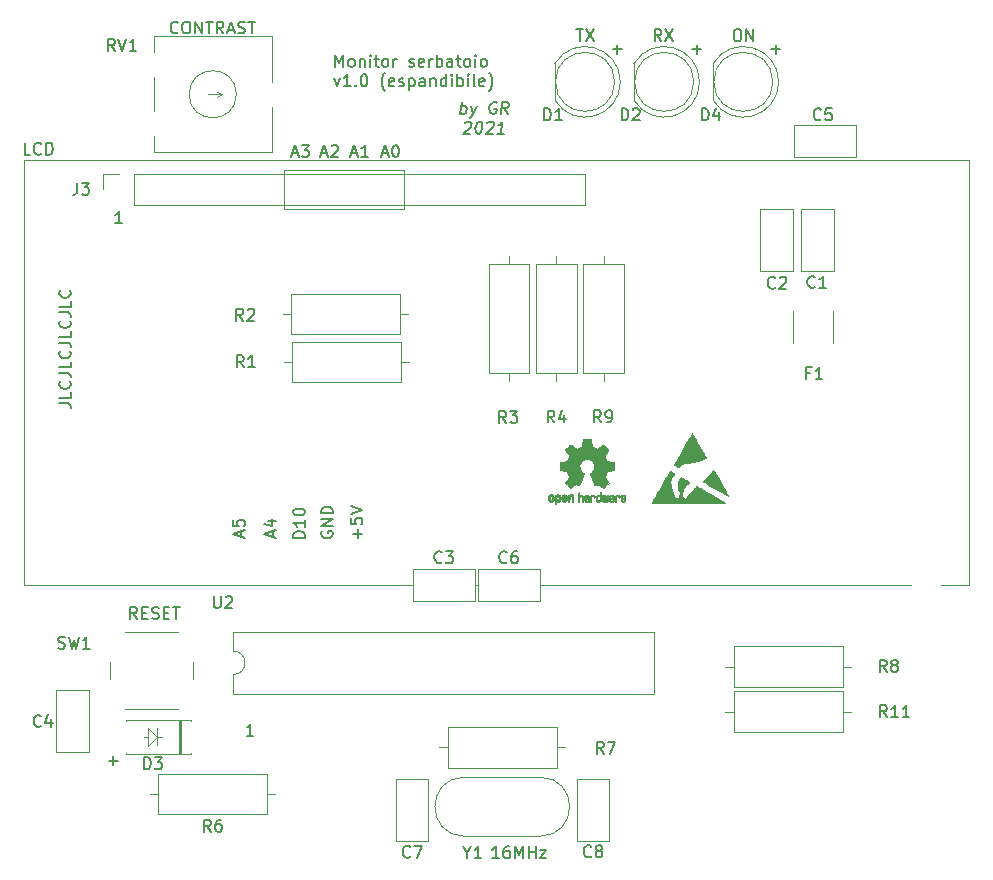
<source format=gbr>
%TF.GenerationSoftware,KiCad,Pcbnew,5.1.8*%
%TF.CreationDate,2020-12-06T15:25:50+01:00*%
%TF.ProjectId,livello_serbatoio_definitiva,6c697665-6c6c-46f5-9f73-65726261746f,rev?*%
%TF.SameCoordinates,Original*%
%TF.FileFunction,Legend,Top*%
%TF.FilePolarity,Positive*%
%FSLAX46Y46*%
G04 Gerber Fmt 4.6, Leading zero omitted, Abs format (unit mm)*
G04 Created by KiCad (PCBNEW 5.1.8) date 2020-12-06 15:25:50*
%MOMM*%
%LPD*%
G01*
G04 APERTURE LIST*
%ADD10C,0.120000*%
%ADD11C,0.150000*%
%ADD12C,0.010000*%
%ADD13C,0.100000*%
G04 APERTURE END LIST*
D10*
X110960000Y-84130000D02*
X110960000Y-80870000D01*
X121140000Y-84130000D02*
X110960000Y-84130000D01*
X121140000Y-80880000D02*
X121140000Y-84130000D01*
X110980000Y-80870000D02*
X121140000Y-80880000D01*
X91325000Y-116000000D02*
X94850000Y-116000000D01*
X121720000Y-116000000D02*
X115260000Y-116000000D01*
X121800000Y-116000000D02*
X95350000Y-116000000D01*
D11*
X117243388Y-112055714D02*
X117243388Y-111293809D01*
X117624340Y-111674761D02*
X116862436Y-111674761D01*
X116624340Y-110341428D02*
X116624340Y-110817619D01*
X117100531Y-110865238D01*
X117052912Y-110817619D01*
X117005293Y-110722380D01*
X117005293Y-110484285D01*
X117052912Y-110389047D01*
X117100531Y-110341428D01*
X117195769Y-110293809D01*
X117433864Y-110293809D01*
X117529102Y-110341428D01*
X117576721Y-110389047D01*
X117624340Y-110484285D01*
X117624340Y-110722380D01*
X117576721Y-110817619D01*
X117529102Y-110865238D01*
X116624340Y-110008095D02*
X117624340Y-109674761D01*
X116624340Y-109341428D01*
X114171960Y-111461904D02*
X114124340Y-111557142D01*
X114124340Y-111700000D01*
X114171960Y-111842857D01*
X114267198Y-111938095D01*
X114362436Y-111985714D01*
X114552912Y-112033333D01*
X114695769Y-112033333D01*
X114886245Y-111985714D01*
X114981483Y-111938095D01*
X115076721Y-111842857D01*
X115124340Y-111700000D01*
X115124340Y-111604761D01*
X115076721Y-111461904D01*
X115029102Y-111414285D01*
X114695769Y-111414285D01*
X114695769Y-111604761D01*
X115124340Y-110985714D02*
X114124340Y-110985714D01*
X115124340Y-110414285D01*
X114124340Y-110414285D01*
X115124340Y-109938095D02*
X114124340Y-109938095D01*
X114124340Y-109700000D01*
X114171960Y-109557142D01*
X114267198Y-109461904D01*
X114362436Y-109414285D01*
X114552912Y-109366666D01*
X114695769Y-109366666D01*
X114886245Y-109414285D01*
X114981483Y-109461904D01*
X115076721Y-109557142D01*
X115124340Y-109700000D01*
X115124340Y-109938095D01*
X91952380Y-100619047D02*
X92666666Y-100619047D01*
X92809523Y-100666666D01*
X92904761Y-100761904D01*
X92952380Y-100904761D01*
X92952380Y-101000000D01*
X92952380Y-99666666D02*
X92952380Y-100142857D01*
X91952380Y-100142857D01*
X92857142Y-98761904D02*
X92904761Y-98809523D01*
X92952380Y-98952380D01*
X92952380Y-99047619D01*
X92904761Y-99190476D01*
X92809523Y-99285714D01*
X92714285Y-99333333D01*
X92523809Y-99380952D01*
X92380952Y-99380952D01*
X92190476Y-99333333D01*
X92095238Y-99285714D01*
X92000000Y-99190476D01*
X91952380Y-99047619D01*
X91952380Y-98952380D01*
X92000000Y-98809523D01*
X92047619Y-98761904D01*
X91952380Y-98047619D02*
X92666666Y-98047619D01*
X92809523Y-98095238D01*
X92904761Y-98190476D01*
X92952380Y-98333333D01*
X92952380Y-98428571D01*
X92952380Y-97095238D02*
X92952380Y-97571428D01*
X91952380Y-97571428D01*
X92857142Y-96190476D02*
X92904761Y-96238095D01*
X92952380Y-96380952D01*
X92952380Y-96476190D01*
X92904761Y-96619047D01*
X92809523Y-96714285D01*
X92714285Y-96761904D01*
X92523809Y-96809523D01*
X92380952Y-96809523D01*
X92190476Y-96761904D01*
X92095238Y-96714285D01*
X92000000Y-96619047D01*
X91952380Y-96476190D01*
X91952380Y-96380952D01*
X92000000Y-96238095D01*
X92047619Y-96190476D01*
X91952380Y-95476190D02*
X92666666Y-95476190D01*
X92809523Y-95523809D01*
X92904761Y-95619047D01*
X92952380Y-95761904D01*
X92952380Y-95857142D01*
X92952380Y-94523809D02*
X92952380Y-95000000D01*
X91952380Y-95000000D01*
X92857142Y-93619047D02*
X92904761Y-93666666D01*
X92952380Y-93809523D01*
X92952380Y-93904761D01*
X92904761Y-94047619D01*
X92809523Y-94142857D01*
X92714285Y-94190476D01*
X92523809Y-94238095D01*
X92380952Y-94238095D01*
X92190476Y-94190476D01*
X92095238Y-94142857D01*
X92000000Y-94047619D01*
X91952380Y-93904761D01*
X91952380Y-93809523D01*
X92000000Y-93666666D01*
X92047619Y-93619047D01*
X91952380Y-92904761D02*
X92666666Y-92904761D01*
X92809523Y-92952380D01*
X92904761Y-93047619D01*
X92952380Y-93190476D01*
X92952380Y-93285714D01*
X92952380Y-91952380D02*
X92952380Y-92428571D01*
X91952380Y-92428571D01*
X92857142Y-91047619D02*
X92904761Y-91095238D01*
X92952380Y-91238095D01*
X92952380Y-91333333D01*
X92904761Y-91476190D01*
X92809523Y-91571428D01*
X92714285Y-91619047D01*
X92523809Y-91666666D01*
X92380952Y-91666666D01*
X92190476Y-91619047D01*
X92095238Y-91571428D01*
X92000000Y-91476190D01*
X91952380Y-91333333D01*
X91952380Y-91238095D01*
X92000000Y-91095238D01*
X92047619Y-91047619D01*
D10*
X99450000Y-128840000D02*
X99090000Y-128840000D01*
X100244144Y-128130000D02*
X100244144Y-129560000D01*
X100244144Y-128840000D02*
X100244144Y-128130000D01*
X100244144Y-128840000D02*
X100640000Y-128840000D01*
X99470000Y-129614144D02*
X100244144Y-128840000D01*
X99470000Y-128065856D02*
X100244144Y-128840000D01*
X99470000Y-129614144D02*
X99470000Y-128065856D01*
X127400000Y-116000000D02*
X127200000Y-116000000D01*
X157200000Y-116000000D02*
X132700000Y-116000000D01*
D11*
X96139047Y-130881428D02*
X96900952Y-130881428D01*
X96520000Y-131262380D02*
X96520000Y-130500476D01*
X119265714Y-79466666D02*
X119741904Y-79466666D01*
X119170476Y-79752380D02*
X119503809Y-78752380D01*
X119837142Y-79752380D01*
X120360952Y-78752380D02*
X120456190Y-78752380D01*
X120551428Y-78800000D01*
X120599047Y-78847619D01*
X120646666Y-78942857D01*
X120694285Y-79133333D01*
X120694285Y-79371428D01*
X120646666Y-79561904D01*
X120599047Y-79657142D01*
X120551428Y-79704761D01*
X120456190Y-79752380D01*
X120360952Y-79752380D01*
X120265714Y-79704761D01*
X120218095Y-79657142D01*
X120170476Y-79561904D01*
X120122857Y-79371428D01*
X120122857Y-79133333D01*
X120170476Y-78942857D01*
X120218095Y-78847619D01*
X120265714Y-78800000D01*
X120360952Y-78752380D01*
X116665714Y-79466666D02*
X117141904Y-79466666D01*
X116570476Y-79752380D02*
X116903809Y-78752380D01*
X117237142Y-79752380D01*
X118094285Y-79752380D02*
X117522857Y-79752380D01*
X117808571Y-79752380D02*
X117808571Y-78752380D01*
X117713333Y-78895238D01*
X117618095Y-78990476D01*
X117522857Y-79038095D01*
X114165714Y-79466666D02*
X114641904Y-79466666D01*
X114070476Y-79752380D02*
X114403809Y-78752380D01*
X114737142Y-79752380D01*
X115022857Y-78847619D02*
X115070476Y-78800000D01*
X115165714Y-78752380D01*
X115403809Y-78752380D01*
X115499047Y-78800000D01*
X115546666Y-78847619D01*
X115594285Y-78942857D01*
X115594285Y-79038095D01*
X115546666Y-79180952D01*
X114975238Y-79752380D01*
X115594285Y-79752380D01*
X111665714Y-79466666D02*
X112141904Y-79466666D01*
X111570476Y-79752380D02*
X111903809Y-78752380D01*
X112237142Y-79752380D01*
X112475238Y-78752380D02*
X113094285Y-78752380D01*
X112760952Y-79133333D01*
X112903809Y-79133333D01*
X112999047Y-79180952D01*
X113046666Y-79228571D01*
X113094285Y-79323809D01*
X113094285Y-79561904D01*
X113046666Y-79657142D01*
X112999047Y-79704761D01*
X112903809Y-79752380D01*
X112618095Y-79752380D01*
X112522857Y-79704761D01*
X112475238Y-79657142D01*
X112764340Y-112004285D02*
X111764340Y-112004285D01*
X111764340Y-111766190D01*
X111811960Y-111623333D01*
X111907198Y-111528095D01*
X112002436Y-111480476D01*
X112192912Y-111432857D01*
X112335769Y-111432857D01*
X112526245Y-111480476D01*
X112621483Y-111528095D01*
X112716721Y-111623333D01*
X112764340Y-111766190D01*
X112764340Y-112004285D01*
X112764340Y-110480476D02*
X112764340Y-111051904D01*
X112764340Y-110766190D02*
X111764340Y-110766190D01*
X111907198Y-110861428D01*
X112002436Y-110956666D01*
X112050055Y-111051904D01*
X111764340Y-109861428D02*
X111764340Y-109766190D01*
X111811960Y-109670952D01*
X111859579Y-109623333D01*
X111954817Y-109575714D01*
X112145293Y-109528095D01*
X112383388Y-109528095D01*
X112573864Y-109575714D01*
X112669102Y-109623333D01*
X112716721Y-109670952D01*
X112764340Y-109766190D01*
X112764340Y-109861428D01*
X112716721Y-109956666D01*
X112669102Y-110004285D01*
X112573864Y-110051904D01*
X112383388Y-110099523D01*
X112145293Y-110099523D01*
X111954817Y-110051904D01*
X111859579Y-110004285D01*
X111811960Y-109956666D01*
X111764340Y-109861428D01*
X110008626Y-111904285D02*
X110008626Y-111428095D01*
X110294340Y-111999523D02*
X109294340Y-111666190D01*
X110294340Y-111332857D01*
X109627674Y-110570952D02*
X110294340Y-110570952D01*
X109246721Y-110809047D02*
X109961007Y-111047142D01*
X109961007Y-110428095D01*
X107368626Y-111894285D02*
X107368626Y-111418095D01*
X107654340Y-111989523D02*
X106654340Y-111656190D01*
X107654340Y-111322857D01*
X106654340Y-110513333D02*
X106654340Y-110989523D01*
X107130531Y-111037142D01*
X107082912Y-110989523D01*
X107035293Y-110894285D01*
X107035293Y-110656190D01*
X107082912Y-110560952D01*
X107130531Y-110513333D01*
X107225769Y-110465714D01*
X107463864Y-110465714D01*
X107559102Y-110513333D01*
X107606721Y-110560952D01*
X107654340Y-110656190D01*
X107654340Y-110894285D01*
X107606721Y-110989523D01*
X107559102Y-111037142D01*
X125923824Y-76127380D02*
X126048824Y-75127380D01*
X126001205Y-75508333D02*
X126102395Y-75460714D01*
X126292872Y-75460714D01*
X126382157Y-75508333D01*
X126423824Y-75555952D01*
X126459538Y-75651190D01*
X126423824Y-75936904D01*
X126364300Y-76032142D01*
X126310729Y-76079761D01*
X126209538Y-76127380D01*
X126019062Y-76127380D01*
X125929776Y-76079761D01*
X126816681Y-75460714D02*
X126971443Y-76127380D01*
X127292872Y-75460714D02*
X126971443Y-76127380D01*
X126846443Y-76365476D01*
X126792872Y-76413095D01*
X126691681Y-76460714D01*
X128995252Y-75175000D02*
X128905967Y-75127380D01*
X128763110Y-75127380D01*
X128614300Y-75175000D01*
X128507157Y-75270238D01*
X128447633Y-75365476D01*
X128376205Y-75555952D01*
X128358348Y-75698809D01*
X128382157Y-75889285D01*
X128417872Y-75984523D01*
X128501205Y-76079761D01*
X128638110Y-76127380D01*
X128733348Y-76127380D01*
X128882157Y-76079761D01*
X128935729Y-76032142D01*
X128977395Y-75698809D01*
X128786919Y-75698809D01*
X129923824Y-76127380D02*
X129650014Y-75651190D01*
X129352395Y-76127380D02*
X129477395Y-75127380D01*
X129858348Y-75127380D01*
X129947633Y-75175000D01*
X129989300Y-75222619D01*
X130025014Y-75317857D01*
X130007157Y-75460714D01*
X129947633Y-75555952D01*
X129894062Y-75603571D01*
X129792872Y-75651190D01*
X129411919Y-75651190D01*
X126298824Y-76872619D02*
X126352395Y-76825000D01*
X126453586Y-76777380D01*
X126691681Y-76777380D01*
X126780967Y-76825000D01*
X126822633Y-76872619D01*
X126858348Y-76967857D01*
X126846443Y-77063095D01*
X126780967Y-77205952D01*
X126138110Y-77777380D01*
X126757157Y-77777380D01*
X127501205Y-76777380D02*
X127596443Y-76777380D01*
X127685729Y-76825000D01*
X127727395Y-76872619D01*
X127763110Y-76967857D01*
X127786919Y-77158333D01*
X127757157Y-77396428D01*
X127685729Y-77586904D01*
X127626205Y-77682142D01*
X127572633Y-77729761D01*
X127471443Y-77777380D01*
X127376205Y-77777380D01*
X127286919Y-77729761D01*
X127245252Y-77682142D01*
X127209538Y-77586904D01*
X127185729Y-77396428D01*
X127215491Y-77158333D01*
X127286919Y-76967857D01*
X127346443Y-76872619D01*
X127400014Y-76825000D01*
X127501205Y-76777380D01*
X128203586Y-76872619D02*
X128257157Y-76825000D01*
X128358348Y-76777380D01*
X128596443Y-76777380D01*
X128685729Y-76825000D01*
X128727395Y-76872619D01*
X128763110Y-76967857D01*
X128751205Y-77063095D01*
X128685729Y-77205952D01*
X128042872Y-77777380D01*
X128661919Y-77777380D01*
X129614300Y-77777380D02*
X129042872Y-77777380D01*
X129328586Y-77777380D02*
X129453586Y-76777380D01*
X129340491Y-76920238D01*
X129233348Y-77015476D01*
X129132157Y-77063095D01*
D10*
X169000000Y-116000000D02*
X166624000Y-116000000D01*
X160750000Y-116000000D02*
X164084000Y-116000000D01*
X138450000Y-80000000D02*
X169000000Y-80000000D01*
X157200000Y-116000000D02*
X160750000Y-116000000D01*
X95350000Y-116000000D02*
X94850000Y-116000000D01*
X90900000Y-116000000D02*
X91325000Y-116000000D01*
X146900000Y-80000000D02*
X145500000Y-80000000D01*
X94000000Y-80000000D02*
X138450000Y-80000000D01*
X151500000Y-80000000D02*
X149650000Y-80000000D01*
X89000000Y-116000000D02*
X90900000Y-116000000D01*
D11*
X152229047Y-70631428D02*
X152990952Y-70631428D01*
X152610000Y-71012380D02*
X152610000Y-70250476D01*
X138829047Y-70631428D02*
X139590952Y-70631428D01*
X139210000Y-71012380D02*
X139210000Y-70250476D01*
X145529047Y-70641428D02*
X146290952Y-70641428D01*
X145910000Y-71022380D02*
X145910000Y-70260476D01*
X115335595Y-72127380D02*
X115335595Y-71127380D01*
X115668928Y-71841666D01*
X116002261Y-71127380D01*
X116002261Y-72127380D01*
X116621309Y-72127380D02*
X116526071Y-72079761D01*
X116478452Y-72032142D01*
X116430833Y-71936904D01*
X116430833Y-71651190D01*
X116478452Y-71555952D01*
X116526071Y-71508333D01*
X116621309Y-71460714D01*
X116764166Y-71460714D01*
X116859404Y-71508333D01*
X116907023Y-71555952D01*
X116954642Y-71651190D01*
X116954642Y-71936904D01*
X116907023Y-72032142D01*
X116859404Y-72079761D01*
X116764166Y-72127380D01*
X116621309Y-72127380D01*
X117383214Y-71460714D02*
X117383214Y-72127380D01*
X117383214Y-71555952D02*
X117430833Y-71508333D01*
X117526071Y-71460714D01*
X117668928Y-71460714D01*
X117764166Y-71508333D01*
X117811785Y-71603571D01*
X117811785Y-72127380D01*
X118287976Y-72127380D02*
X118287976Y-71460714D01*
X118287976Y-71127380D02*
X118240357Y-71175000D01*
X118287976Y-71222619D01*
X118335595Y-71175000D01*
X118287976Y-71127380D01*
X118287976Y-71222619D01*
X118621309Y-71460714D02*
X119002261Y-71460714D01*
X118764166Y-71127380D02*
X118764166Y-71984523D01*
X118811785Y-72079761D01*
X118907023Y-72127380D01*
X119002261Y-72127380D01*
X119478452Y-72127380D02*
X119383214Y-72079761D01*
X119335595Y-72032142D01*
X119287976Y-71936904D01*
X119287976Y-71651190D01*
X119335595Y-71555952D01*
X119383214Y-71508333D01*
X119478452Y-71460714D01*
X119621309Y-71460714D01*
X119716547Y-71508333D01*
X119764166Y-71555952D01*
X119811785Y-71651190D01*
X119811785Y-71936904D01*
X119764166Y-72032142D01*
X119716547Y-72079761D01*
X119621309Y-72127380D01*
X119478452Y-72127380D01*
X120240357Y-72127380D02*
X120240357Y-71460714D01*
X120240357Y-71651190D02*
X120287976Y-71555952D01*
X120335595Y-71508333D01*
X120430833Y-71460714D01*
X120526071Y-71460714D01*
X121573690Y-72079761D02*
X121668928Y-72127380D01*
X121859404Y-72127380D01*
X121954642Y-72079761D01*
X122002261Y-71984523D01*
X122002261Y-71936904D01*
X121954642Y-71841666D01*
X121859404Y-71794047D01*
X121716547Y-71794047D01*
X121621309Y-71746428D01*
X121573690Y-71651190D01*
X121573690Y-71603571D01*
X121621309Y-71508333D01*
X121716547Y-71460714D01*
X121859404Y-71460714D01*
X121954642Y-71508333D01*
X122811785Y-72079761D02*
X122716547Y-72127380D01*
X122526071Y-72127380D01*
X122430833Y-72079761D01*
X122383214Y-71984523D01*
X122383214Y-71603571D01*
X122430833Y-71508333D01*
X122526071Y-71460714D01*
X122716547Y-71460714D01*
X122811785Y-71508333D01*
X122859404Y-71603571D01*
X122859404Y-71698809D01*
X122383214Y-71794047D01*
X123287976Y-72127380D02*
X123287976Y-71460714D01*
X123287976Y-71651190D02*
X123335595Y-71555952D01*
X123383214Y-71508333D01*
X123478452Y-71460714D01*
X123573690Y-71460714D01*
X123907023Y-72127380D02*
X123907023Y-71127380D01*
X123907023Y-71508333D02*
X124002261Y-71460714D01*
X124192738Y-71460714D01*
X124287976Y-71508333D01*
X124335595Y-71555952D01*
X124383214Y-71651190D01*
X124383214Y-71936904D01*
X124335595Y-72032142D01*
X124287976Y-72079761D01*
X124192738Y-72127380D01*
X124002261Y-72127380D01*
X123907023Y-72079761D01*
X125240357Y-72127380D02*
X125240357Y-71603571D01*
X125192738Y-71508333D01*
X125097500Y-71460714D01*
X124907023Y-71460714D01*
X124811785Y-71508333D01*
X125240357Y-72079761D02*
X125145119Y-72127380D01*
X124907023Y-72127380D01*
X124811785Y-72079761D01*
X124764166Y-71984523D01*
X124764166Y-71889285D01*
X124811785Y-71794047D01*
X124907023Y-71746428D01*
X125145119Y-71746428D01*
X125240357Y-71698809D01*
X125573690Y-71460714D02*
X125954642Y-71460714D01*
X125716547Y-71127380D02*
X125716547Y-71984523D01*
X125764166Y-72079761D01*
X125859404Y-72127380D01*
X125954642Y-72127380D01*
X126430833Y-72127380D02*
X126335595Y-72079761D01*
X126287976Y-72032142D01*
X126240357Y-71936904D01*
X126240357Y-71651190D01*
X126287976Y-71555952D01*
X126335595Y-71508333D01*
X126430833Y-71460714D01*
X126573690Y-71460714D01*
X126668928Y-71508333D01*
X126716547Y-71555952D01*
X126764166Y-71651190D01*
X126764166Y-71936904D01*
X126716547Y-72032142D01*
X126668928Y-72079761D01*
X126573690Y-72127380D01*
X126430833Y-72127380D01*
X127192738Y-72127380D02*
X127192738Y-71460714D01*
X127192738Y-71127380D02*
X127145119Y-71175000D01*
X127192738Y-71222619D01*
X127240357Y-71175000D01*
X127192738Y-71127380D01*
X127192738Y-71222619D01*
X127811785Y-72127380D02*
X127716547Y-72079761D01*
X127668928Y-72032142D01*
X127621309Y-71936904D01*
X127621309Y-71651190D01*
X127668928Y-71555952D01*
X127716547Y-71508333D01*
X127811785Y-71460714D01*
X127954642Y-71460714D01*
X128049880Y-71508333D01*
X128097500Y-71555952D01*
X128145119Y-71651190D01*
X128145119Y-71936904D01*
X128097500Y-72032142D01*
X128049880Y-72079761D01*
X127954642Y-72127380D01*
X127811785Y-72127380D01*
X115240357Y-73110714D02*
X115478452Y-73777380D01*
X115716547Y-73110714D01*
X116621309Y-73777380D02*
X116049880Y-73777380D01*
X116335595Y-73777380D02*
X116335595Y-72777380D01*
X116240357Y-72920238D01*
X116145119Y-73015476D01*
X116049880Y-73063095D01*
X117049880Y-73682142D02*
X117097500Y-73729761D01*
X117049880Y-73777380D01*
X117002261Y-73729761D01*
X117049880Y-73682142D01*
X117049880Y-73777380D01*
X117716547Y-72777380D02*
X117811785Y-72777380D01*
X117907023Y-72825000D01*
X117954642Y-72872619D01*
X118002261Y-72967857D01*
X118049880Y-73158333D01*
X118049880Y-73396428D01*
X118002261Y-73586904D01*
X117954642Y-73682142D01*
X117907023Y-73729761D01*
X117811785Y-73777380D01*
X117716547Y-73777380D01*
X117621309Y-73729761D01*
X117573690Y-73682142D01*
X117526071Y-73586904D01*
X117478452Y-73396428D01*
X117478452Y-73158333D01*
X117526071Y-72967857D01*
X117573690Y-72872619D01*
X117621309Y-72825000D01*
X117716547Y-72777380D01*
X119526071Y-74158333D02*
X119478452Y-74110714D01*
X119383214Y-73967857D01*
X119335595Y-73872619D01*
X119287976Y-73729761D01*
X119240357Y-73491666D01*
X119240357Y-73301190D01*
X119287976Y-73063095D01*
X119335595Y-72920238D01*
X119383214Y-72825000D01*
X119478452Y-72682142D01*
X119526071Y-72634523D01*
X120287976Y-73729761D02*
X120192738Y-73777380D01*
X120002261Y-73777380D01*
X119907023Y-73729761D01*
X119859404Y-73634523D01*
X119859404Y-73253571D01*
X119907023Y-73158333D01*
X120002261Y-73110714D01*
X120192738Y-73110714D01*
X120287976Y-73158333D01*
X120335595Y-73253571D01*
X120335595Y-73348809D01*
X119859404Y-73444047D01*
X120716547Y-73729761D02*
X120811785Y-73777380D01*
X121002261Y-73777380D01*
X121097500Y-73729761D01*
X121145119Y-73634523D01*
X121145119Y-73586904D01*
X121097500Y-73491666D01*
X121002261Y-73444047D01*
X120859404Y-73444047D01*
X120764166Y-73396428D01*
X120716547Y-73301190D01*
X120716547Y-73253571D01*
X120764166Y-73158333D01*
X120859404Y-73110714D01*
X121002261Y-73110714D01*
X121097500Y-73158333D01*
X121573690Y-73110714D02*
X121573690Y-74110714D01*
X121573690Y-73158333D02*
X121668928Y-73110714D01*
X121859404Y-73110714D01*
X121954642Y-73158333D01*
X122002261Y-73205952D01*
X122049880Y-73301190D01*
X122049880Y-73586904D01*
X122002261Y-73682142D01*
X121954642Y-73729761D01*
X121859404Y-73777380D01*
X121668928Y-73777380D01*
X121573690Y-73729761D01*
X122907023Y-73777380D02*
X122907023Y-73253571D01*
X122859404Y-73158333D01*
X122764166Y-73110714D01*
X122573690Y-73110714D01*
X122478452Y-73158333D01*
X122907023Y-73729761D02*
X122811785Y-73777380D01*
X122573690Y-73777380D01*
X122478452Y-73729761D01*
X122430833Y-73634523D01*
X122430833Y-73539285D01*
X122478452Y-73444047D01*
X122573690Y-73396428D01*
X122811785Y-73396428D01*
X122907023Y-73348809D01*
X123383214Y-73110714D02*
X123383214Y-73777380D01*
X123383214Y-73205952D02*
X123430833Y-73158333D01*
X123526071Y-73110714D01*
X123668928Y-73110714D01*
X123764166Y-73158333D01*
X123811785Y-73253571D01*
X123811785Y-73777380D01*
X124716547Y-73777380D02*
X124716547Y-72777380D01*
X124716547Y-73729761D02*
X124621309Y-73777380D01*
X124430833Y-73777380D01*
X124335595Y-73729761D01*
X124287976Y-73682142D01*
X124240357Y-73586904D01*
X124240357Y-73301190D01*
X124287976Y-73205952D01*
X124335595Y-73158333D01*
X124430833Y-73110714D01*
X124621309Y-73110714D01*
X124716547Y-73158333D01*
X125192738Y-73777380D02*
X125192738Y-73110714D01*
X125192738Y-72777380D02*
X125145119Y-72825000D01*
X125192738Y-72872619D01*
X125240357Y-72825000D01*
X125192738Y-72777380D01*
X125192738Y-72872619D01*
X125668928Y-73777380D02*
X125668928Y-72777380D01*
X125668928Y-73158333D02*
X125764166Y-73110714D01*
X125954642Y-73110714D01*
X126049880Y-73158333D01*
X126097500Y-73205952D01*
X126145119Y-73301190D01*
X126145119Y-73586904D01*
X126097500Y-73682142D01*
X126049880Y-73729761D01*
X125954642Y-73777380D01*
X125764166Y-73777380D01*
X125668928Y-73729761D01*
X126573690Y-73777380D02*
X126573690Y-73110714D01*
X126573690Y-72777380D02*
X126526071Y-72825000D01*
X126573690Y-72872619D01*
X126621309Y-72825000D01*
X126573690Y-72777380D01*
X126573690Y-72872619D01*
X127192738Y-73777380D02*
X127097500Y-73729761D01*
X127049880Y-73634523D01*
X127049880Y-72777380D01*
X127954642Y-73729761D02*
X127859404Y-73777380D01*
X127668928Y-73777380D01*
X127573690Y-73729761D01*
X127526071Y-73634523D01*
X127526071Y-73253571D01*
X127573690Y-73158333D01*
X127668928Y-73110714D01*
X127859404Y-73110714D01*
X127954642Y-73158333D01*
X128002261Y-73253571D01*
X128002261Y-73348809D01*
X127526071Y-73444047D01*
X128335595Y-74158333D02*
X128383214Y-74110714D01*
X128478452Y-73967857D01*
X128526071Y-73872619D01*
X128573690Y-73729761D01*
X128621309Y-73491666D01*
X128621309Y-73301190D01*
X128573690Y-73063095D01*
X128526071Y-72920238D01*
X128478452Y-72825000D01*
X128383214Y-72682142D01*
X128335595Y-72634523D01*
X101995238Y-69207142D02*
X101947619Y-69254761D01*
X101804761Y-69302380D01*
X101709523Y-69302380D01*
X101566666Y-69254761D01*
X101471428Y-69159523D01*
X101423809Y-69064285D01*
X101376190Y-68873809D01*
X101376190Y-68730952D01*
X101423809Y-68540476D01*
X101471428Y-68445238D01*
X101566666Y-68350000D01*
X101709523Y-68302380D01*
X101804761Y-68302380D01*
X101947619Y-68350000D01*
X101995238Y-68397619D01*
X102614285Y-68302380D02*
X102804761Y-68302380D01*
X102900000Y-68350000D01*
X102995238Y-68445238D01*
X103042857Y-68635714D01*
X103042857Y-68969047D01*
X102995238Y-69159523D01*
X102900000Y-69254761D01*
X102804761Y-69302380D01*
X102614285Y-69302380D01*
X102519047Y-69254761D01*
X102423809Y-69159523D01*
X102376190Y-68969047D01*
X102376190Y-68635714D01*
X102423809Y-68445238D01*
X102519047Y-68350000D01*
X102614285Y-68302380D01*
X103471428Y-69302380D02*
X103471428Y-68302380D01*
X104042857Y-69302380D01*
X104042857Y-68302380D01*
X104376190Y-68302380D02*
X104947619Y-68302380D01*
X104661904Y-69302380D02*
X104661904Y-68302380D01*
X105852380Y-69302380D02*
X105519047Y-68826190D01*
X105280952Y-69302380D02*
X105280952Y-68302380D01*
X105661904Y-68302380D01*
X105757142Y-68350000D01*
X105804761Y-68397619D01*
X105852380Y-68492857D01*
X105852380Y-68635714D01*
X105804761Y-68730952D01*
X105757142Y-68778571D01*
X105661904Y-68826190D01*
X105280952Y-68826190D01*
X106233333Y-69016666D02*
X106709523Y-69016666D01*
X106138095Y-69302380D02*
X106471428Y-68302380D01*
X106804761Y-69302380D01*
X107090476Y-69254761D02*
X107233333Y-69302380D01*
X107471428Y-69302380D01*
X107566666Y-69254761D01*
X107614285Y-69207142D01*
X107661904Y-69111904D01*
X107661904Y-69016666D01*
X107614285Y-68921428D01*
X107566666Y-68873809D01*
X107471428Y-68826190D01*
X107280952Y-68778571D01*
X107185714Y-68730952D01*
X107138095Y-68683333D01*
X107090476Y-68588095D01*
X107090476Y-68492857D01*
X107138095Y-68397619D01*
X107185714Y-68350000D01*
X107280952Y-68302380D01*
X107519047Y-68302380D01*
X107661904Y-68350000D01*
X107947619Y-68302380D02*
X108519047Y-68302380D01*
X108233333Y-69302380D02*
X108233333Y-68302380D01*
X108385714Y-128762380D02*
X107814285Y-128762380D01*
X108100000Y-128762380D02*
X108100000Y-127762380D01*
X108004761Y-127905238D01*
X107909523Y-128000476D01*
X107814285Y-128048095D01*
D10*
X169000000Y-80000000D02*
X169000000Y-96500000D01*
X151500000Y-80000000D02*
X169000000Y-80000000D01*
D11*
X129184523Y-139127380D02*
X128613095Y-139127380D01*
X128898809Y-139127380D02*
X128898809Y-138127380D01*
X128803571Y-138270238D01*
X128708333Y-138365476D01*
X128613095Y-138413095D01*
X130041666Y-138127380D02*
X129851190Y-138127380D01*
X129755952Y-138175000D01*
X129708333Y-138222619D01*
X129613095Y-138365476D01*
X129565476Y-138555952D01*
X129565476Y-138936904D01*
X129613095Y-139032142D01*
X129660714Y-139079761D01*
X129755952Y-139127380D01*
X129946428Y-139127380D01*
X130041666Y-139079761D01*
X130089285Y-139032142D01*
X130136904Y-138936904D01*
X130136904Y-138698809D01*
X130089285Y-138603571D01*
X130041666Y-138555952D01*
X129946428Y-138508333D01*
X129755952Y-138508333D01*
X129660714Y-138555952D01*
X129613095Y-138603571D01*
X129565476Y-138698809D01*
X130565476Y-139127380D02*
X130565476Y-138127380D01*
X130898809Y-138841666D01*
X131232142Y-138127380D01*
X131232142Y-139127380D01*
X131708333Y-139127380D02*
X131708333Y-138127380D01*
X131708333Y-138603571D02*
X132279761Y-138603571D01*
X132279761Y-139127380D02*
X132279761Y-138127380D01*
X132660714Y-138460714D02*
X133184523Y-138460714D01*
X132660714Y-139127380D01*
X133184523Y-139127380D01*
X98522619Y-118877380D02*
X98189285Y-118401190D01*
X97951190Y-118877380D02*
X97951190Y-117877380D01*
X98332142Y-117877380D01*
X98427380Y-117925000D01*
X98475000Y-117972619D01*
X98522619Y-118067857D01*
X98522619Y-118210714D01*
X98475000Y-118305952D01*
X98427380Y-118353571D01*
X98332142Y-118401190D01*
X97951190Y-118401190D01*
X98951190Y-118353571D02*
X99284523Y-118353571D01*
X99427380Y-118877380D02*
X98951190Y-118877380D01*
X98951190Y-117877380D01*
X99427380Y-117877380D01*
X99808333Y-118829761D02*
X99951190Y-118877380D01*
X100189285Y-118877380D01*
X100284523Y-118829761D01*
X100332142Y-118782142D01*
X100379761Y-118686904D01*
X100379761Y-118591666D01*
X100332142Y-118496428D01*
X100284523Y-118448809D01*
X100189285Y-118401190D01*
X99998809Y-118353571D01*
X99903571Y-118305952D01*
X99855952Y-118258333D01*
X99808333Y-118163095D01*
X99808333Y-118067857D01*
X99855952Y-117972619D01*
X99903571Y-117925000D01*
X99998809Y-117877380D01*
X100236904Y-117877380D01*
X100379761Y-117925000D01*
X100808333Y-118353571D02*
X101141666Y-118353571D01*
X101284523Y-118877380D02*
X100808333Y-118877380D01*
X100808333Y-117877380D01*
X101284523Y-117877380D01*
X101570238Y-117877380D02*
X102141666Y-117877380D01*
X101855952Y-118877380D02*
X101855952Y-117877380D01*
X149280952Y-68952380D02*
X149471428Y-68952380D01*
X149566666Y-69000000D01*
X149661904Y-69095238D01*
X149709523Y-69285714D01*
X149709523Y-69619047D01*
X149661904Y-69809523D01*
X149566666Y-69904761D01*
X149471428Y-69952380D01*
X149280952Y-69952380D01*
X149185714Y-69904761D01*
X149090476Y-69809523D01*
X149042857Y-69619047D01*
X149042857Y-69285714D01*
X149090476Y-69095238D01*
X149185714Y-69000000D01*
X149280952Y-68952380D01*
X150138095Y-69952380D02*
X150138095Y-68952380D01*
X150709523Y-69952380D01*
X150709523Y-68952380D01*
X142933333Y-69952380D02*
X142600000Y-69476190D01*
X142361904Y-69952380D02*
X142361904Y-68952380D01*
X142742857Y-68952380D01*
X142838095Y-69000000D01*
X142885714Y-69047619D01*
X142933333Y-69142857D01*
X142933333Y-69285714D01*
X142885714Y-69380952D01*
X142838095Y-69428571D01*
X142742857Y-69476190D01*
X142361904Y-69476190D01*
X143266666Y-68952380D02*
X143933333Y-69952380D01*
X143933333Y-68952380D02*
X143266666Y-69952380D01*
X135738095Y-68952380D02*
X136309523Y-68952380D01*
X136023809Y-69952380D02*
X136023809Y-68952380D01*
X136547619Y-68952380D02*
X137214285Y-69952380D01*
X137214285Y-68952380D02*
X136547619Y-69952380D01*
D10*
X169000000Y-80000000D02*
X169000000Y-116000000D01*
X163000000Y-80000000D02*
X169000000Y-80000000D01*
X89000000Y-80000000D02*
X89000000Y-116000000D01*
X94000000Y-80000000D02*
X89000000Y-80000000D01*
D11*
X89509523Y-79552380D02*
X89033333Y-79552380D01*
X89033333Y-78552380D01*
X90414285Y-79457142D02*
X90366666Y-79504761D01*
X90223809Y-79552380D01*
X90128571Y-79552380D01*
X89985714Y-79504761D01*
X89890476Y-79409523D01*
X89842857Y-79314285D01*
X89795238Y-79123809D01*
X89795238Y-78980952D01*
X89842857Y-78790476D01*
X89890476Y-78695238D01*
X89985714Y-78600000D01*
X90128571Y-78552380D01*
X90223809Y-78552380D01*
X90366666Y-78600000D01*
X90414285Y-78647619D01*
X90842857Y-79552380D02*
X90842857Y-78552380D01*
X91080952Y-78552380D01*
X91223809Y-78600000D01*
X91319047Y-78695238D01*
X91366666Y-78790476D01*
X91414285Y-78980952D01*
X91414285Y-79123809D01*
X91366666Y-79314285D01*
X91319047Y-79409523D01*
X91223809Y-79504761D01*
X91080952Y-79552380D01*
X90842857Y-79552380D01*
X97285714Y-85352380D02*
X96714285Y-85352380D01*
X97000000Y-85352380D02*
X97000000Y-84352380D01*
X96904761Y-84495238D01*
X96809523Y-84590476D01*
X96714285Y-84638095D01*
D12*
%TO.C,REF\u002A\u002A*%
G36*
X136723910Y-103652348D02*
G01*
X136802454Y-103652778D01*
X136859298Y-103653942D01*
X136898105Y-103656207D01*
X136922538Y-103659940D01*
X136936262Y-103665506D01*
X136942940Y-103673273D01*
X136946236Y-103683605D01*
X136946556Y-103684943D01*
X136951562Y-103709079D01*
X136960829Y-103756701D01*
X136973392Y-103822741D01*
X136988287Y-103902128D01*
X137004551Y-103989796D01*
X137005119Y-103992875D01*
X137021410Y-104078789D01*
X137036652Y-104154696D01*
X137049861Y-104216045D01*
X137060054Y-104258282D01*
X137066248Y-104276855D01*
X137066543Y-104277184D01*
X137084788Y-104286253D01*
X137122405Y-104301367D01*
X137171271Y-104319262D01*
X137171543Y-104319358D01*
X137233093Y-104342493D01*
X137305657Y-104371965D01*
X137374057Y-104401597D01*
X137377294Y-104403062D01*
X137488702Y-104453626D01*
X137735399Y-104285160D01*
X137811077Y-104233803D01*
X137879631Y-104187889D01*
X137937088Y-104150030D01*
X137979476Y-104122837D01*
X138002825Y-104108921D01*
X138005042Y-104107889D01*
X138022010Y-104112484D01*
X138053701Y-104134655D01*
X138101352Y-104175447D01*
X138166198Y-104235905D01*
X138232397Y-104300227D01*
X138296214Y-104363612D01*
X138353329Y-104421451D01*
X138400305Y-104470175D01*
X138433703Y-104506210D01*
X138450085Y-104525984D01*
X138450694Y-104527002D01*
X138452505Y-104540572D01*
X138445683Y-104562733D01*
X138428540Y-104596478D01*
X138399393Y-104644800D01*
X138356555Y-104710692D01*
X138299448Y-104795517D01*
X138248766Y-104870177D01*
X138203461Y-104937140D01*
X138166150Y-104992516D01*
X138139452Y-105032420D01*
X138125985Y-105052962D01*
X138125137Y-105054356D01*
X138126781Y-105074038D01*
X138139245Y-105112293D01*
X138160048Y-105161889D01*
X138167462Y-105177728D01*
X138199814Y-105248290D01*
X138234328Y-105328353D01*
X138262365Y-105397629D01*
X138282568Y-105449045D01*
X138298615Y-105488119D01*
X138307888Y-105508541D01*
X138309041Y-105510114D01*
X138326096Y-105512721D01*
X138366298Y-105519863D01*
X138424302Y-105530523D01*
X138494763Y-105543685D01*
X138572335Y-105558333D01*
X138651672Y-105573449D01*
X138727431Y-105588018D01*
X138794264Y-105601022D01*
X138846828Y-105611445D01*
X138879776Y-105618270D01*
X138887857Y-105620199D01*
X138896205Y-105624962D01*
X138902506Y-105635718D01*
X138907045Y-105656098D01*
X138910104Y-105689734D01*
X138911967Y-105740255D01*
X138912918Y-105811292D01*
X138913240Y-105906476D01*
X138913257Y-105945492D01*
X138913257Y-106262799D01*
X138837057Y-106277839D01*
X138794663Y-106285995D01*
X138731400Y-106297899D01*
X138654962Y-106312116D01*
X138573043Y-106327210D01*
X138550400Y-106331355D01*
X138474806Y-106346053D01*
X138408953Y-106360505D01*
X138358366Y-106373375D01*
X138328574Y-106383322D01*
X138323612Y-106386287D01*
X138311426Y-106407283D01*
X138293953Y-106447967D01*
X138274577Y-106500322D01*
X138270734Y-106511600D01*
X138245339Y-106581523D01*
X138213817Y-106660418D01*
X138182969Y-106731266D01*
X138182817Y-106731595D01*
X138131447Y-106842733D01*
X138300399Y-107091253D01*
X138469352Y-107339772D01*
X138252429Y-107557058D01*
X138186819Y-107621726D01*
X138126979Y-107678733D01*
X138076267Y-107725033D01*
X138038046Y-107757584D01*
X138015675Y-107773343D01*
X138012466Y-107774343D01*
X137993626Y-107766469D01*
X137955180Y-107744578D01*
X137901330Y-107711267D01*
X137836276Y-107669131D01*
X137765940Y-107621943D01*
X137694555Y-107573810D01*
X137630908Y-107531928D01*
X137579041Y-107498871D01*
X137542995Y-107477218D01*
X137526867Y-107469543D01*
X137507189Y-107476037D01*
X137469875Y-107493150D01*
X137422621Y-107517326D01*
X137417612Y-107520013D01*
X137353977Y-107551927D01*
X137310341Y-107567579D01*
X137283202Y-107567745D01*
X137269057Y-107553204D01*
X137268975Y-107553000D01*
X137261905Y-107535779D01*
X137245042Y-107494899D01*
X137219695Y-107433525D01*
X137187171Y-107354819D01*
X137148778Y-107261947D01*
X137105822Y-107158072D01*
X137064222Y-107057502D01*
X137018504Y-106946516D01*
X136976526Y-106843703D01*
X136939548Y-106752215D01*
X136908827Y-106675201D01*
X136885622Y-106615815D01*
X136871190Y-106577209D01*
X136866743Y-106562800D01*
X136877896Y-106546272D01*
X136907069Y-106519930D01*
X136945971Y-106490887D01*
X137056757Y-106399039D01*
X137143351Y-106293759D01*
X137204716Y-106177266D01*
X137239815Y-106051776D01*
X137247608Y-105919507D01*
X137241943Y-105858457D01*
X137211078Y-105731795D01*
X137157920Y-105619941D01*
X137085767Y-105524001D01*
X136997917Y-105445076D01*
X136897665Y-105384270D01*
X136788310Y-105342687D01*
X136673147Y-105321428D01*
X136555475Y-105321599D01*
X136438590Y-105344301D01*
X136325789Y-105390638D01*
X136220369Y-105461713D01*
X136176368Y-105501911D01*
X136091979Y-105605129D01*
X136033222Y-105717925D01*
X135999704Y-105837010D01*
X135991035Y-105959095D01*
X136006823Y-106080893D01*
X136046678Y-106199116D01*
X136110207Y-106310475D01*
X136197021Y-106411684D01*
X136294029Y-106490887D01*
X136334437Y-106521162D01*
X136362982Y-106547219D01*
X136373257Y-106562825D01*
X136367877Y-106579843D01*
X136352575Y-106620500D01*
X136328612Y-106681642D01*
X136297244Y-106760119D01*
X136259732Y-106852780D01*
X136217333Y-106956472D01*
X136175663Y-107057526D01*
X136129690Y-107168607D01*
X136087107Y-107271541D01*
X136049221Y-107363165D01*
X136017340Y-107440316D01*
X135992771Y-107499831D01*
X135976820Y-107538544D01*
X135970910Y-107553000D01*
X135956948Y-107567685D01*
X135929940Y-107567642D01*
X135886413Y-107552099D01*
X135822890Y-107520284D01*
X135822388Y-107520013D01*
X135774560Y-107495323D01*
X135735897Y-107477338D01*
X135714095Y-107469614D01*
X135713133Y-107469543D01*
X135696721Y-107477378D01*
X135660487Y-107499165D01*
X135608474Y-107532328D01*
X135544725Y-107574291D01*
X135474060Y-107621943D01*
X135402116Y-107670191D01*
X135337274Y-107712151D01*
X135283735Y-107745227D01*
X135245697Y-107766821D01*
X135227533Y-107774343D01*
X135210808Y-107764457D01*
X135177180Y-107736826D01*
X135130010Y-107694495D01*
X135072658Y-107640505D01*
X135008484Y-107577899D01*
X134987497Y-107556983D01*
X134770499Y-107339623D01*
X134935668Y-107097220D01*
X134985864Y-107022781D01*
X135029919Y-106955972D01*
X135065362Y-106900665D01*
X135089719Y-106860729D01*
X135100522Y-106840036D01*
X135100838Y-106838563D01*
X135095143Y-106819058D01*
X135079826Y-106779822D01*
X135057537Y-106727430D01*
X135041893Y-106692355D01*
X135012641Y-106625201D01*
X134985094Y-106557358D01*
X134963737Y-106500034D01*
X134957935Y-106482572D01*
X134941452Y-106435938D01*
X134925340Y-106399905D01*
X134916490Y-106386287D01*
X134896960Y-106377952D01*
X134854334Y-106366137D01*
X134794145Y-106352181D01*
X134721922Y-106337422D01*
X134689600Y-106331355D01*
X134607522Y-106316273D01*
X134528795Y-106301669D01*
X134461109Y-106288980D01*
X134412160Y-106279642D01*
X134402943Y-106277839D01*
X134326743Y-106262799D01*
X134326743Y-105945492D01*
X134326914Y-105841154D01*
X134327616Y-105762213D01*
X134329134Y-105705038D01*
X134331749Y-105665999D01*
X134335746Y-105641465D01*
X134341409Y-105627805D01*
X134349020Y-105621389D01*
X134352143Y-105620199D01*
X134370978Y-105615980D01*
X134412588Y-105607562D01*
X134471630Y-105595961D01*
X134542757Y-105582195D01*
X134620625Y-105567280D01*
X134699887Y-105552232D01*
X134775198Y-105538069D01*
X134841213Y-105525806D01*
X134892587Y-105516461D01*
X134923975Y-105511050D01*
X134930959Y-105510114D01*
X134937285Y-105497596D01*
X134951290Y-105464246D01*
X134970355Y-105416377D01*
X134977634Y-105397629D01*
X135006996Y-105325195D01*
X135041571Y-105245170D01*
X135072537Y-105177728D01*
X135095323Y-105126159D01*
X135110482Y-105083785D01*
X135115542Y-105057834D01*
X135114736Y-105054356D01*
X135104041Y-105037936D01*
X135079620Y-105001417D01*
X135044095Y-104948687D01*
X135000087Y-104883635D01*
X134950217Y-104810151D01*
X134940356Y-104795645D01*
X134882492Y-104709704D01*
X134839956Y-104644261D01*
X134811054Y-104596304D01*
X134794090Y-104562820D01*
X134787367Y-104540795D01*
X134789190Y-104527217D01*
X134789236Y-104527131D01*
X134803586Y-104509297D01*
X134835323Y-104474817D01*
X134881010Y-104427268D01*
X134937204Y-104370222D01*
X135000468Y-104307255D01*
X135007602Y-104300227D01*
X135087330Y-104223020D01*
X135148857Y-104166330D01*
X135193421Y-104129110D01*
X135222257Y-104110315D01*
X135234958Y-104107889D01*
X135253494Y-104118471D01*
X135291961Y-104142916D01*
X135346386Y-104178612D01*
X135412798Y-104222947D01*
X135487225Y-104273311D01*
X135504601Y-104285160D01*
X135751297Y-104453626D01*
X135862706Y-104403062D01*
X135930457Y-104373595D01*
X136003183Y-104343959D01*
X136065703Y-104320330D01*
X136068457Y-104319358D01*
X136117360Y-104301457D01*
X136155057Y-104286320D01*
X136173425Y-104277210D01*
X136173456Y-104277184D01*
X136179285Y-104260717D01*
X136189192Y-104220219D01*
X136202195Y-104160242D01*
X136217309Y-104085340D01*
X136233552Y-104000064D01*
X136234881Y-103992875D01*
X136251175Y-103905014D01*
X136266133Y-103825260D01*
X136278791Y-103758681D01*
X136288186Y-103710347D01*
X136293354Y-103685325D01*
X136293444Y-103684943D01*
X136296589Y-103674299D01*
X136302704Y-103666262D01*
X136315453Y-103660467D01*
X136338500Y-103656547D01*
X136375509Y-103654135D01*
X136430144Y-103652865D01*
X136506067Y-103652371D01*
X136606944Y-103652286D01*
X136620000Y-103652286D01*
X136723910Y-103652348D01*
G37*
X136723910Y-103652348D02*
X136802454Y-103652778D01*
X136859298Y-103653942D01*
X136898105Y-103656207D01*
X136922538Y-103659940D01*
X136936262Y-103665506D01*
X136942940Y-103673273D01*
X136946236Y-103683605D01*
X136946556Y-103684943D01*
X136951562Y-103709079D01*
X136960829Y-103756701D01*
X136973392Y-103822741D01*
X136988287Y-103902128D01*
X137004551Y-103989796D01*
X137005119Y-103992875D01*
X137021410Y-104078789D01*
X137036652Y-104154696D01*
X137049861Y-104216045D01*
X137060054Y-104258282D01*
X137066248Y-104276855D01*
X137066543Y-104277184D01*
X137084788Y-104286253D01*
X137122405Y-104301367D01*
X137171271Y-104319262D01*
X137171543Y-104319358D01*
X137233093Y-104342493D01*
X137305657Y-104371965D01*
X137374057Y-104401597D01*
X137377294Y-104403062D01*
X137488702Y-104453626D01*
X137735399Y-104285160D01*
X137811077Y-104233803D01*
X137879631Y-104187889D01*
X137937088Y-104150030D01*
X137979476Y-104122837D01*
X138002825Y-104108921D01*
X138005042Y-104107889D01*
X138022010Y-104112484D01*
X138053701Y-104134655D01*
X138101352Y-104175447D01*
X138166198Y-104235905D01*
X138232397Y-104300227D01*
X138296214Y-104363612D01*
X138353329Y-104421451D01*
X138400305Y-104470175D01*
X138433703Y-104506210D01*
X138450085Y-104525984D01*
X138450694Y-104527002D01*
X138452505Y-104540572D01*
X138445683Y-104562733D01*
X138428540Y-104596478D01*
X138399393Y-104644800D01*
X138356555Y-104710692D01*
X138299448Y-104795517D01*
X138248766Y-104870177D01*
X138203461Y-104937140D01*
X138166150Y-104992516D01*
X138139452Y-105032420D01*
X138125985Y-105052962D01*
X138125137Y-105054356D01*
X138126781Y-105074038D01*
X138139245Y-105112293D01*
X138160048Y-105161889D01*
X138167462Y-105177728D01*
X138199814Y-105248290D01*
X138234328Y-105328353D01*
X138262365Y-105397629D01*
X138282568Y-105449045D01*
X138298615Y-105488119D01*
X138307888Y-105508541D01*
X138309041Y-105510114D01*
X138326096Y-105512721D01*
X138366298Y-105519863D01*
X138424302Y-105530523D01*
X138494763Y-105543685D01*
X138572335Y-105558333D01*
X138651672Y-105573449D01*
X138727431Y-105588018D01*
X138794264Y-105601022D01*
X138846828Y-105611445D01*
X138879776Y-105618270D01*
X138887857Y-105620199D01*
X138896205Y-105624962D01*
X138902506Y-105635718D01*
X138907045Y-105656098D01*
X138910104Y-105689734D01*
X138911967Y-105740255D01*
X138912918Y-105811292D01*
X138913240Y-105906476D01*
X138913257Y-105945492D01*
X138913257Y-106262799D01*
X138837057Y-106277839D01*
X138794663Y-106285995D01*
X138731400Y-106297899D01*
X138654962Y-106312116D01*
X138573043Y-106327210D01*
X138550400Y-106331355D01*
X138474806Y-106346053D01*
X138408953Y-106360505D01*
X138358366Y-106373375D01*
X138328574Y-106383322D01*
X138323612Y-106386287D01*
X138311426Y-106407283D01*
X138293953Y-106447967D01*
X138274577Y-106500322D01*
X138270734Y-106511600D01*
X138245339Y-106581523D01*
X138213817Y-106660418D01*
X138182969Y-106731266D01*
X138182817Y-106731595D01*
X138131447Y-106842733D01*
X138300399Y-107091253D01*
X138469352Y-107339772D01*
X138252429Y-107557058D01*
X138186819Y-107621726D01*
X138126979Y-107678733D01*
X138076267Y-107725033D01*
X138038046Y-107757584D01*
X138015675Y-107773343D01*
X138012466Y-107774343D01*
X137993626Y-107766469D01*
X137955180Y-107744578D01*
X137901330Y-107711267D01*
X137836276Y-107669131D01*
X137765940Y-107621943D01*
X137694555Y-107573810D01*
X137630908Y-107531928D01*
X137579041Y-107498871D01*
X137542995Y-107477218D01*
X137526867Y-107469543D01*
X137507189Y-107476037D01*
X137469875Y-107493150D01*
X137422621Y-107517326D01*
X137417612Y-107520013D01*
X137353977Y-107551927D01*
X137310341Y-107567579D01*
X137283202Y-107567745D01*
X137269057Y-107553204D01*
X137268975Y-107553000D01*
X137261905Y-107535779D01*
X137245042Y-107494899D01*
X137219695Y-107433525D01*
X137187171Y-107354819D01*
X137148778Y-107261947D01*
X137105822Y-107158072D01*
X137064222Y-107057502D01*
X137018504Y-106946516D01*
X136976526Y-106843703D01*
X136939548Y-106752215D01*
X136908827Y-106675201D01*
X136885622Y-106615815D01*
X136871190Y-106577209D01*
X136866743Y-106562800D01*
X136877896Y-106546272D01*
X136907069Y-106519930D01*
X136945971Y-106490887D01*
X137056757Y-106399039D01*
X137143351Y-106293759D01*
X137204716Y-106177266D01*
X137239815Y-106051776D01*
X137247608Y-105919507D01*
X137241943Y-105858457D01*
X137211078Y-105731795D01*
X137157920Y-105619941D01*
X137085767Y-105524001D01*
X136997917Y-105445076D01*
X136897665Y-105384270D01*
X136788310Y-105342687D01*
X136673147Y-105321428D01*
X136555475Y-105321599D01*
X136438590Y-105344301D01*
X136325789Y-105390638D01*
X136220369Y-105461713D01*
X136176368Y-105501911D01*
X136091979Y-105605129D01*
X136033222Y-105717925D01*
X135999704Y-105837010D01*
X135991035Y-105959095D01*
X136006823Y-106080893D01*
X136046678Y-106199116D01*
X136110207Y-106310475D01*
X136197021Y-106411684D01*
X136294029Y-106490887D01*
X136334437Y-106521162D01*
X136362982Y-106547219D01*
X136373257Y-106562825D01*
X136367877Y-106579843D01*
X136352575Y-106620500D01*
X136328612Y-106681642D01*
X136297244Y-106760119D01*
X136259732Y-106852780D01*
X136217333Y-106956472D01*
X136175663Y-107057526D01*
X136129690Y-107168607D01*
X136087107Y-107271541D01*
X136049221Y-107363165D01*
X136017340Y-107440316D01*
X135992771Y-107499831D01*
X135976820Y-107538544D01*
X135970910Y-107553000D01*
X135956948Y-107567685D01*
X135929940Y-107567642D01*
X135886413Y-107552099D01*
X135822890Y-107520284D01*
X135822388Y-107520013D01*
X135774560Y-107495323D01*
X135735897Y-107477338D01*
X135714095Y-107469614D01*
X135713133Y-107469543D01*
X135696721Y-107477378D01*
X135660487Y-107499165D01*
X135608474Y-107532328D01*
X135544725Y-107574291D01*
X135474060Y-107621943D01*
X135402116Y-107670191D01*
X135337274Y-107712151D01*
X135283735Y-107745227D01*
X135245697Y-107766821D01*
X135227533Y-107774343D01*
X135210808Y-107764457D01*
X135177180Y-107736826D01*
X135130010Y-107694495D01*
X135072658Y-107640505D01*
X135008484Y-107577899D01*
X134987497Y-107556983D01*
X134770499Y-107339623D01*
X134935668Y-107097220D01*
X134985864Y-107022781D01*
X135029919Y-106955972D01*
X135065362Y-106900665D01*
X135089719Y-106860729D01*
X135100522Y-106840036D01*
X135100838Y-106838563D01*
X135095143Y-106819058D01*
X135079826Y-106779822D01*
X135057537Y-106727430D01*
X135041893Y-106692355D01*
X135012641Y-106625201D01*
X134985094Y-106557358D01*
X134963737Y-106500034D01*
X134957935Y-106482572D01*
X134941452Y-106435938D01*
X134925340Y-106399905D01*
X134916490Y-106386287D01*
X134896960Y-106377952D01*
X134854334Y-106366137D01*
X134794145Y-106352181D01*
X134721922Y-106337422D01*
X134689600Y-106331355D01*
X134607522Y-106316273D01*
X134528795Y-106301669D01*
X134461109Y-106288980D01*
X134412160Y-106279642D01*
X134402943Y-106277839D01*
X134326743Y-106262799D01*
X134326743Y-105945492D01*
X134326914Y-105841154D01*
X134327616Y-105762213D01*
X134329134Y-105705038D01*
X134331749Y-105665999D01*
X134335746Y-105641465D01*
X134341409Y-105627805D01*
X134349020Y-105621389D01*
X134352143Y-105620199D01*
X134370978Y-105615980D01*
X134412588Y-105607562D01*
X134471630Y-105595961D01*
X134542757Y-105582195D01*
X134620625Y-105567280D01*
X134699887Y-105552232D01*
X134775198Y-105538069D01*
X134841213Y-105525806D01*
X134892587Y-105516461D01*
X134923975Y-105511050D01*
X134930959Y-105510114D01*
X134937285Y-105497596D01*
X134951290Y-105464246D01*
X134970355Y-105416377D01*
X134977634Y-105397629D01*
X135006996Y-105325195D01*
X135041571Y-105245170D01*
X135072537Y-105177728D01*
X135095323Y-105126159D01*
X135110482Y-105083785D01*
X135115542Y-105057834D01*
X135114736Y-105054356D01*
X135104041Y-105037936D01*
X135079620Y-105001417D01*
X135044095Y-104948687D01*
X135000087Y-104883635D01*
X134950217Y-104810151D01*
X134940356Y-104795645D01*
X134882492Y-104709704D01*
X134839956Y-104644261D01*
X134811054Y-104596304D01*
X134794090Y-104562820D01*
X134787367Y-104540795D01*
X134789190Y-104527217D01*
X134789236Y-104527131D01*
X134803586Y-104509297D01*
X134835323Y-104474817D01*
X134881010Y-104427268D01*
X134937204Y-104370222D01*
X135000468Y-104307255D01*
X135007602Y-104300227D01*
X135087330Y-104223020D01*
X135148857Y-104166330D01*
X135193421Y-104129110D01*
X135222257Y-104110315D01*
X135234958Y-104107889D01*
X135253494Y-104118471D01*
X135291961Y-104142916D01*
X135346386Y-104178612D01*
X135412798Y-104222947D01*
X135487225Y-104273311D01*
X135504601Y-104285160D01*
X135751297Y-104453626D01*
X135862706Y-104403062D01*
X135930457Y-104373595D01*
X136003183Y-104343959D01*
X136065703Y-104320330D01*
X136068457Y-104319358D01*
X136117360Y-104301457D01*
X136155057Y-104286320D01*
X136173425Y-104277210D01*
X136173456Y-104277184D01*
X136179285Y-104260717D01*
X136189192Y-104220219D01*
X136202195Y-104160242D01*
X136217309Y-104085340D01*
X136233552Y-104000064D01*
X136234881Y-103992875D01*
X136251175Y-103905014D01*
X136266133Y-103825260D01*
X136278791Y-103758681D01*
X136288186Y-103710347D01*
X136293354Y-103685325D01*
X136293444Y-103684943D01*
X136296589Y-103674299D01*
X136302704Y-103666262D01*
X136315453Y-103660467D01*
X136338500Y-103656547D01*
X136375509Y-103654135D01*
X136430144Y-103652865D01*
X136506067Y-103652371D01*
X136606944Y-103652286D01*
X136620000Y-103652286D01*
X136723910Y-103652348D01*
G36*
X139773595Y-108376966D02*
G01*
X139831021Y-108414497D01*
X139858719Y-108448096D01*
X139880662Y-108509064D01*
X139882405Y-108557308D01*
X139878457Y-108621816D01*
X139729686Y-108686934D01*
X139657349Y-108720202D01*
X139610084Y-108746964D01*
X139585507Y-108770144D01*
X139581237Y-108792667D01*
X139594889Y-108817455D01*
X139609943Y-108833886D01*
X139653746Y-108860235D01*
X139701389Y-108862081D01*
X139745145Y-108841546D01*
X139777289Y-108800752D01*
X139783038Y-108786347D01*
X139810576Y-108741356D01*
X139842258Y-108722182D01*
X139885714Y-108705779D01*
X139885714Y-108767966D01*
X139881872Y-108810283D01*
X139866823Y-108845969D01*
X139835280Y-108886943D01*
X139830592Y-108892267D01*
X139795506Y-108928720D01*
X139765347Y-108948283D01*
X139727615Y-108957283D01*
X139696335Y-108960230D01*
X139640385Y-108960965D01*
X139600555Y-108951660D01*
X139575708Y-108937846D01*
X139536656Y-108907467D01*
X139509625Y-108874613D01*
X139492517Y-108833294D01*
X139483238Y-108777521D01*
X139479693Y-108701305D01*
X139479410Y-108662622D01*
X139480372Y-108616247D01*
X139568007Y-108616247D01*
X139569023Y-108641126D01*
X139571556Y-108645200D01*
X139588274Y-108639665D01*
X139624249Y-108625017D01*
X139672331Y-108604190D01*
X139682386Y-108599714D01*
X139743152Y-108568814D01*
X139776632Y-108541657D01*
X139783990Y-108516220D01*
X139766391Y-108490481D01*
X139751856Y-108479109D01*
X139699410Y-108456364D01*
X139650322Y-108460122D01*
X139609227Y-108487884D01*
X139580758Y-108537152D01*
X139571631Y-108576257D01*
X139568007Y-108616247D01*
X139480372Y-108616247D01*
X139481285Y-108572249D01*
X139488196Y-108505384D01*
X139501884Y-108456695D01*
X139524096Y-108420849D01*
X139556574Y-108392513D01*
X139570733Y-108383355D01*
X139635053Y-108359507D01*
X139705473Y-108358006D01*
X139773595Y-108376966D01*
G37*
X139773595Y-108376966D02*
X139831021Y-108414497D01*
X139858719Y-108448096D01*
X139880662Y-108509064D01*
X139882405Y-108557308D01*
X139878457Y-108621816D01*
X139729686Y-108686934D01*
X139657349Y-108720202D01*
X139610084Y-108746964D01*
X139585507Y-108770144D01*
X139581237Y-108792667D01*
X139594889Y-108817455D01*
X139609943Y-108833886D01*
X139653746Y-108860235D01*
X139701389Y-108862081D01*
X139745145Y-108841546D01*
X139777289Y-108800752D01*
X139783038Y-108786347D01*
X139810576Y-108741356D01*
X139842258Y-108722182D01*
X139885714Y-108705779D01*
X139885714Y-108767966D01*
X139881872Y-108810283D01*
X139866823Y-108845969D01*
X139835280Y-108886943D01*
X139830592Y-108892267D01*
X139795506Y-108928720D01*
X139765347Y-108948283D01*
X139727615Y-108957283D01*
X139696335Y-108960230D01*
X139640385Y-108960965D01*
X139600555Y-108951660D01*
X139575708Y-108937846D01*
X139536656Y-108907467D01*
X139509625Y-108874613D01*
X139492517Y-108833294D01*
X139483238Y-108777521D01*
X139479693Y-108701305D01*
X139479410Y-108662622D01*
X139480372Y-108616247D01*
X139568007Y-108616247D01*
X139569023Y-108641126D01*
X139571556Y-108645200D01*
X139588274Y-108639665D01*
X139624249Y-108625017D01*
X139672331Y-108604190D01*
X139682386Y-108599714D01*
X139743152Y-108568814D01*
X139776632Y-108541657D01*
X139783990Y-108516220D01*
X139766391Y-108490481D01*
X139751856Y-108479109D01*
X139699410Y-108456364D01*
X139650322Y-108460122D01*
X139609227Y-108487884D01*
X139580758Y-108537152D01*
X139571631Y-108576257D01*
X139568007Y-108616247D01*
X139480372Y-108616247D01*
X139481285Y-108572249D01*
X139488196Y-108505384D01*
X139501884Y-108456695D01*
X139524096Y-108420849D01*
X139556574Y-108392513D01*
X139570733Y-108383355D01*
X139635053Y-108359507D01*
X139705473Y-108358006D01*
X139773595Y-108376966D01*
G36*
X139272600Y-108368752D02*
G01*
X139289948Y-108376334D01*
X139331356Y-108409128D01*
X139366765Y-108456547D01*
X139388664Y-108507151D01*
X139392229Y-108532098D01*
X139380279Y-108566927D01*
X139354067Y-108585357D01*
X139325964Y-108596516D01*
X139313095Y-108598572D01*
X139306829Y-108583649D01*
X139294456Y-108551175D01*
X139289028Y-108536502D01*
X139258590Y-108485744D01*
X139214520Y-108460427D01*
X139158010Y-108461206D01*
X139153825Y-108462203D01*
X139123655Y-108476507D01*
X139101476Y-108504393D01*
X139086327Y-108549287D01*
X139077250Y-108614615D01*
X139073286Y-108703804D01*
X139072914Y-108751261D01*
X139072730Y-108826071D01*
X139071522Y-108877069D01*
X139068309Y-108909471D01*
X139062109Y-108928495D01*
X139051940Y-108939356D01*
X139036819Y-108947272D01*
X139035946Y-108947670D01*
X139006828Y-108959981D01*
X138992403Y-108964514D01*
X138990186Y-108950809D01*
X138988289Y-108912925D01*
X138986847Y-108855715D01*
X138985998Y-108784027D01*
X138985829Y-108731565D01*
X138986692Y-108630047D01*
X138990070Y-108553032D01*
X138997142Y-108496023D01*
X139009088Y-108454526D01*
X139027090Y-108424043D01*
X139052327Y-108400080D01*
X139077247Y-108383355D01*
X139137171Y-108361097D01*
X139206911Y-108356076D01*
X139272600Y-108368752D01*
G37*
X139272600Y-108368752D02*
X139289948Y-108376334D01*
X139331356Y-108409128D01*
X139366765Y-108456547D01*
X139388664Y-108507151D01*
X139392229Y-108532098D01*
X139380279Y-108566927D01*
X139354067Y-108585357D01*
X139325964Y-108596516D01*
X139313095Y-108598572D01*
X139306829Y-108583649D01*
X139294456Y-108551175D01*
X139289028Y-108536502D01*
X139258590Y-108485744D01*
X139214520Y-108460427D01*
X139158010Y-108461206D01*
X139153825Y-108462203D01*
X139123655Y-108476507D01*
X139101476Y-108504393D01*
X139086327Y-108549287D01*
X139077250Y-108614615D01*
X139073286Y-108703804D01*
X139072914Y-108751261D01*
X139072730Y-108826071D01*
X139071522Y-108877069D01*
X139068309Y-108909471D01*
X139062109Y-108928495D01*
X139051940Y-108939356D01*
X139036819Y-108947272D01*
X139035946Y-108947670D01*
X139006828Y-108959981D01*
X138992403Y-108964514D01*
X138990186Y-108950809D01*
X138988289Y-108912925D01*
X138986847Y-108855715D01*
X138985998Y-108784027D01*
X138985829Y-108731565D01*
X138986692Y-108630047D01*
X138990070Y-108553032D01*
X138997142Y-108496023D01*
X139009088Y-108454526D01*
X139027090Y-108424043D01*
X139052327Y-108400080D01*
X139077247Y-108383355D01*
X139137171Y-108361097D01*
X139206911Y-108356076D01*
X139272600Y-108368752D01*
G36*
X138764876Y-108366335D02*
G01*
X138806667Y-108385344D01*
X138839469Y-108408378D01*
X138863503Y-108434133D01*
X138880097Y-108467358D01*
X138890577Y-108512800D01*
X138896271Y-108575207D01*
X138898507Y-108659327D01*
X138898743Y-108714721D01*
X138898743Y-108930826D01*
X138861774Y-108947670D01*
X138832656Y-108959981D01*
X138818231Y-108964514D01*
X138815472Y-108951025D01*
X138813282Y-108914653D01*
X138811942Y-108861542D01*
X138811657Y-108819372D01*
X138810434Y-108758447D01*
X138807136Y-108710115D01*
X138802321Y-108680518D01*
X138798496Y-108674229D01*
X138772783Y-108680652D01*
X138732418Y-108697125D01*
X138685679Y-108719458D01*
X138640845Y-108743457D01*
X138606193Y-108764930D01*
X138590002Y-108779685D01*
X138589938Y-108779845D01*
X138591330Y-108807152D01*
X138603818Y-108833219D01*
X138625743Y-108854392D01*
X138657743Y-108861474D01*
X138685092Y-108860649D01*
X138723826Y-108860042D01*
X138744158Y-108869116D01*
X138756369Y-108893092D01*
X138757909Y-108897613D01*
X138763203Y-108931806D01*
X138749047Y-108952568D01*
X138712148Y-108962462D01*
X138672289Y-108964292D01*
X138600562Y-108950727D01*
X138563432Y-108931355D01*
X138517576Y-108885845D01*
X138493256Y-108829983D01*
X138491073Y-108770957D01*
X138511629Y-108715953D01*
X138542549Y-108681486D01*
X138573420Y-108662189D01*
X138621942Y-108637759D01*
X138678485Y-108612985D01*
X138687910Y-108609199D01*
X138750019Y-108581791D01*
X138785822Y-108557634D01*
X138797337Y-108533619D01*
X138786580Y-108506635D01*
X138768114Y-108485543D01*
X138724469Y-108459572D01*
X138676446Y-108457624D01*
X138632406Y-108477637D01*
X138600709Y-108517551D01*
X138596549Y-108527848D01*
X138572327Y-108565724D01*
X138536965Y-108593842D01*
X138492343Y-108616917D01*
X138492343Y-108551485D01*
X138494969Y-108511506D01*
X138506230Y-108479997D01*
X138531199Y-108446378D01*
X138555169Y-108420484D01*
X138592441Y-108383817D01*
X138621401Y-108364121D01*
X138652505Y-108356220D01*
X138687713Y-108354914D01*
X138764876Y-108366335D01*
G37*
X138764876Y-108366335D02*
X138806667Y-108385344D01*
X138839469Y-108408378D01*
X138863503Y-108434133D01*
X138880097Y-108467358D01*
X138890577Y-108512800D01*
X138896271Y-108575207D01*
X138898507Y-108659327D01*
X138898743Y-108714721D01*
X138898743Y-108930826D01*
X138861774Y-108947670D01*
X138832656Y-108959981D01*
X138818231Y-108964514D01*
X138815472Y-108951025D01*
X138813282Y-108914653D01*
X138811942Y-108861542D01*
X138811657Y-108819372D01*
X138810434Y-108758447D01*
X138807136Y-108710115D01*
X138802321Y-108680518D01*
X138798496Y-108674229D01*
X138772783Y-108680652D01*
X138732418Y-108697125D01*
X138685679Y-108719458D01*
X138640845Y-108743457D01*
X138606193Y-108764930D01*
X138590002Y-108779685D01*
X138589938Y-108779845D01*
X138591330Y-108807152D01*
X138603818Y-108833219D01*
X138625743Y-108854392D01*
X138657743Y-108861474D01*
X138685092Y-108860649D01*
X138723826Y-108860042D01*
X138744158Y-108869116D01*
X138756369Y-108893092D01*
X138757909Y-108897613D01*
X138763203Y-108931806D01*
X138749047Y-108952568D01*
X138712148Y-108962462D01*
X138672289Y-108964292D01*
X138600562Y-108950727D01*
X138563432Y-108931355D01*
X138517576Y-108885845D01*
X138493256Y-108829983D01*
X138491073Y-108770957D01*
X138511629Y-108715953D01*
X138542549Y-108681486D01*
X138573420Y-108662189D01*
X138621942Y-108637759D01*
X138678485Y-108612985D01*
X138687910Y-108609199D01*
X138750019Y-108581791D01*
X138785822Y-108557634D01*
X138797337Y-108533619D01*
X138786580Y-108506635D01*
X138768114Y-108485543D01*
X138724469Y-108459572D01*
X138676446Y-108457624D01*
X138632406Y-108477637D01*
X138600709Y-108517551D01*
X138596549Y-108527848D01*
X138572327Y-108565724D01*
X138536965Y-108593842D01*
X138492343Y-108616917D01*
X138492343Y-108551485D01*
X138494969Y-108511506D01*
X138506230Y-108479997D01*
X138531199Y-108446378D01*
X138555169Y-108420484D01*
X138592441Y-108383817D01*
X138621401Y-108364121D01*
X138652505Y-108356220D01*
X138687713Y-108354914D01*
X138764876Y-108366335D01*
G36*
X138399833Y-108368663D02*
G01*
X138402048Y-108406850D01*
X138403784Y-108464886D01*
X138404899Y-108538180D01*
X138405257Y-108615055D01*
X138405257Y-108875196D01*
X138359326Y-108921127D01*
X138327675Y-108949429D01*
X138299890Y-108960893D01*
X138261915Y-108960168D01*
X138246840Y-108958321D01*
X138199726Y-108952948D01*
X138160756Y-108949869D01*
X138151257Y-108949585D01*
X138119233Y-108951445D01*
X138073432Y-108956114D01*
X138055674Y-108958321D01*
X138012057Y-108961735D01*
X137982745Y-108954320D01*
X137953680Y-108931427D01*
X137943188Y-108921127D01*
X137897257Y-108875196D01*
X137897257Y-108388602D01*
X137934226Y-108371758D01*
X137966059Y-108359282D01*
X137984683Y-108354914D01*
X137989458Y-108368718D01*
X137993921Y-108407286D01*
X137997775Y-108466356D01*
X138000722Y-108541663D01*
X138002143Y-108605286D01*
X138006114Y-108855657D01*
X138040759Y-108860556D01*
X138072268Y-108857131D01*
X138087708Y-108846041D01*
X138092023Y-108825308D01*
X138095708Y-108781145D01*
X138098469Y-108719146D01*
X138100012Y-108644909D01*
X138100235Y-108606706D01*
X138100457Y-108386783D01*
X138146166Y-108370849D01*
X138178518Y-108360015D01*
X138196115Y-108354962D01*
X138196623Y-108354914D01*
X138198388Y-108368648D01*
X138200329Y-108406730D01*
X138202282Y-108464482D01*
X138204084Y-108537227D01*
X138205343Y-108605286D01*
X138209314Y-108855657D01*
X138296400Y-108855657D01*
X138300396Y-108627240D01*
X138304392Y-108398822D01*
X138346847Y-108376868D01*
X138378192Y-108361793D01*
X138396744Y-108354951D01*
X138397279Y-108354914D01*
X138399833Y-108368663D01*
G37*
X138399833Y-108368663D02*
X138402048Y-108406850D01*
X138403784Y-108464886D01*
X138404899Y-108538180D01*
X138405257Y-108615055D01*
X138405257Y-108875196D01*
X138359326Y-108921127D01*
X138327675Y-108949429D01*
X138299890Y-108960893D01*
X138261915Y-108960168D01*
X138246840Y-108958321D01*
X138199726Y-108952948D01*
X138160756Y-108949869D01*
X138151257Y-108949585D01*
X138119233Y-108951445D01*
X138073432Y-108956114D01*
X138055674Y-108958321D01*
X138012057Y-108961735D01*
X137982745Y-108954320D01*
X137953680Y-108931427D01*
X137943188Y-108921127D01*
X137897257Y-108875196D01*
X137897257Y-108388602D01*
X137934226Y-108371758D01*
X137966059Y-108359282D01*
X137984683Y-108354914D01*
X137989458Y-108368718D01*
X137993921Y-108407286D01*
X137997775Y-108466356D01*
X138000722Y-108541663D01*
X138002143Y-108605286D01*
X138006114Y-108855657D01*
X138040759Y-108860556D01*
X138072268Y-108857131D01*
X138087708Y-108846041D01*
X138092023Y-108825308D01*
X138095708Y-108781145D01*
X138098469Y-108719146D01*
X138100012Y-108644909D01*
X138100235Y-108606706D01*
X138100457Y-108386783D01*
X138146166Y-108370849D01*
X138178518Y-108360015D01*
X138196115Y-108354962D01*
X138196623Y-108354914D01*
X138198388Y-108368648D01*
X138200329Y-108406730D01*
X138202282Y-108464482D01*
X138204084Y-108537227D01*
X138205343Y-108605286D01*
X138209314Y-108855657D01*
X138296400Y-108855657D01*
X138300396Y-108627240D01*
X138304392Y-108398822D01*
X138346847Y-108376868D01*
X138378192Y-108361793D01*
X138396744Y-108354951D01*
X138397279Y-108354914D01*
X138399833Y-108368663D01*
G36*
X137810117Y-108475358D02*
G01*
X137809933Y-108583837D01*
X137809219Y-108667287D01*
X137807675Y-108729704D01*
X137805001Y-108775085D01*
X137800894Y-108807429D01*
X137795055Y-108830733D01*
X137787182Y-108848995D01*
X137781221Y-108859418D01*
X137731855Y-108915945D01*
X137669264Y-108951377D01*
X137600013Y-108964090D01*
X137530668Y-108952463D01*
X137489375Y-108931568D01*
X137446025Y-108895422D01*
X137416481Y-108851276D01*
X137398655Y-108793462D01*
X137390463Y-108716313D01*
X137389302Y-108659714D01*
X137389458Y-108655647D01*
X137490857Y-108655647D01*
X137491476Y-108720550D01*
X137494314Y-108763514D01*
X137500840Y-108791622D01*
X137512523Y-108811953D01*
X137526483Y-108827288D01*
X137573365Y-108856890D01*
X137623701Y-108859419D01*
X137671276Y-108834705D01*
X137674979Y-108831356D01*
X137690783Y-108813935D01*
X137700693Y-108793209D01*
X137706058Y-108762362D01*
X137708228Y-108714577D01*
X137708571Y-108661748D01*
X137707827Y-108595381D01*
X137704748Y-108551106D01*
X137698061Y-108522009D01*
X137686496Y-108501173D01*
X137677013Y-108490107D01*
X137632960Y-108462198D01*
X137582224Y-108458843D01*
X137533796Y-108480159D01*
X137524450Y-108488073D01*
X137508540Y-108505647D01*
X137498610Y-108526587D01*
X137493278Y-108557782D01*
X137491163Y-108606122D01*
X137490857Y-108655647D01*
X137389458Y-108655647D01*
X137392810Y-108568568D01*
X137404726Y-108500086D01*
X137427135Y-108448600D01*
X137462124Y-108408443D01*
X137489375Y-108387861D01*
X137538907Y-108365625D01*
X137596316Y-108355304D01*
X137649682Y-108358067D01*
X137679543Y-108369212D01*
X137691261Y-108372383D01*
X137699037Y-108360557D01*
X137704465Y-108328866D01*
X137708571Y-108280593D01*
X137713067Y-108226829D01*
X137719313Y-108194482D01*
X137730676Y-108175985D01*
X137750528Y-108163770D01*
X137763000Y-108158362D01*
X137810171Y-108138601D01*
X137810117Y-108475358D01*
G37*
X137810117Y-108475358D02*
X137809933Y-108583837D01*
X137809219Y-108667287D01*
X137807675Y-108729704D01*
X137805001Y-108775085D01*
X137800894Y-108807429D01*
X137795055Y-108830733D01*
X137787182Y-108848995D01*
X137781221Y-108859418D01*
X137731855Y-108915945D01*
X137669264Y-108951377D01*
X137600013Y-108964090D01*
X137530668Y-108952463D01*
X137489375Y-108931568D01*
X137446025Y-108895422D01*
X137416481Y-108851276D01*
X137398655Y-108793462D01*
X137390463Y-108716313D01*
X137389302Y-108659714D01*
X137389458Y-108655647D01*
X137490857Y-108655647D01*
X137491476Y-108720550D01*
X137494314Y-108763514D01*
X137500840Y-108791622D01*
X137512523Y-108811953D01*
X137526483Y-108827288D01*
X137573365Y-108856890D01*
X137623701Y-108859419D01*
X137671276Y-108834705D01*
X137674979Y-108831356D01*
X137690783Y-108813935D01*
X137700693Y-108793209D01*
X137706058Y-108762362D01*
X137708228Y-108714577D01*
X137708571Y-108661748D01*
X137707827Y-108595381D01*
X137704748Y-108551106D01*
X137698061Y-108522009D01*
X137686496Y-108501173D01*
X137677013Y-108490107D01*
X137632960Y-108462198D01*
X137582224Y-108458843D01*
X137533796Y-108480159D01*
X137524450Y-108488073D01*
X137508540Y-108505647D01*
X137498610Y-108526587D01*
X137493278Y-108557782D01*
X137491163Y-108606122D01*
X137490857Y-108655647D01*
X137389458Y-108655647D01*
X137392810Y-108568568D01*
X137404726Y-108500086D01*
X137427135Y-108448600D01*
X137462124Y-108408443D01*
X137489375Y-108387861D01*
X137538907Y-108365625D01*
X137596316Y-108355304D01*
X137649682Y-108358067D01*
X137679543Y-108369212D01*
X137691261Y-108372383D01*
X137699037Y-108360557D01*
X137704465Y-108328866D01*
X137708571Y-108280593D01*
X137713067Y-108226829D01*
X137719313Y-108194482D01*
X137730676Y-108175985D01*
X137750528Y-108163770D01*
X137763000Y-108158362D01*
X137810171Y-108138601D01*
X137810117Y-108475358D01*
G36*
X137149926Y-108359755D02*
G01*
X137215858Y-108384084D01*
X137269273Y-108427117D01*
X137290164Y-108457409D01*
X137312939Y-108512994D01*
X137312466Y-108553186D01*
X137288562Y-108580217D01*
X137279717Y-108584813D01*
X137241530Y-108599144D01*
X137222028Y-108595472D01*
X137215422Y-108571407D01*
X137215086Y-108558114D01*
X137202992Y-108509210D01*
X137171471Y-108474999D01*
X137127659Y-108458476D01*
X137078695Y-108462634D01*
X137038894Y-108484227D01*
X137025450Y-108496544D01*
X137015921Y-108511487D01*
X137009485Y-108534075D01*
X137005317Y-108569328D01*
X137002597Y-108622266D01*
X137000502Y-108697907D01*
X136999960Y-108721857D01*
X136997981Y-108803790D01*
X136995731Y-108861455D01*
X136992357Y-108899608D01*
X136987006Y-108923004D01*
X136978824Y-108936398D01*
X136966959Y-108944545D01*
X136959362Y-108948144D01*
X136927102Y-108960452D01*
X136908111Y-108964514D01*
X136901836Y-108950948D01*
X136898006Y-108909934D01*
X136896600Y-108840999D01*
X136897598Y-108743669D01*
X136897908Y-108728657D01*
X136900101Y-108639859D01*
X136902693Y-108575019D01*
X136906382Y-108529067D01*
X136911864Y-108496935D01*
X136919835Y-108473553D01*
X136930993Y-108453852D01*
X136936830Y-108445410D01*
X136970296Y-108408057D01*
X137007727Y-108379003D01*
X137012309Y-108376467D01*
X137079426Y-108356443D01*
X137149926Y-108359755D01*
G37*
X137149926Y-108359755D02*
X137215858Y-108384084D01*
X137269273Y-108427117D01*
X137290164Y-108457409D01*
X137312939Y-108512994D01*
X137312466Y-108553186D01*
X137288562Y-108580217D01*
X137279717Y-108584813D01*
X137241530Y-108599144D01*
X137222028Y-108595472D01*
X137215422Y-108571407D01*
X137215086Y-108558114D01*
X137202992Y-108509210D01*
X137171471Y-108474999D01*
X137127659Y-108458476D01*
X137078695Y-108462634D01*
X137038894Y-108484227D01*
X137025450Y-108496544D01*
X137015921Y-108511487D01*
X137009485Y-108534075D01*
X137005317Y-108569328D01*
X137002597Y-108622266D01*
X137000502Y-108697907D01*
X136999960Y-108721857D01*
X136997981Y-108803790D01*
X136995731Y-108861455D01*
X136992357Y-108899608D01*
X136987006Y-108923004D01*
X136978824Y-108936398D01*
X136966959Y-108944545D01*
X136959362Y-108948144D01*
X136927102Y-108960452D01*
X136908111Y-108964514D01*
X136901836Y-108950948D01*
X136898006Y-108909934D01*
X136896600Y-108840999D01*
X136897598Y-108743669D01*
X136897908Y-108728657D01*
X136900101Y-108639859D01*
X136902693Y-108575019D01*
X136906382Y-108529067D01*
X136911864Y-108496935D01*
X136919835Y-108473553D01*
X136930993Y-108453852D01*
X136936830Y-108445410D01*
X136970296Y-108408057D01*
X137007727Y-108379003D01*
X137012309Y-108376467D01*
X137079426Y-108356443D01*
X137149926Y-108359755D01*
G36*
X136659744Y-108360968D02*
G01*
X136716616Y-108382087D01*
X136717267Y-108382493D01*
X136752440Y-108408380D01*
X136778407Y-108438633D01*
X136796670Y-108478058D01*
X136808732Y-108531462D01*
X136816096Y-108603651D01*
X136820264Y-108699432D01*
X136820629Y-108713078D01*
X136825876Y-108918842D01*
X136781716Y-108941678D01*
X136749763Y-108957110D01*
X136730470Y-108964423D01*
X136729578Y-108964514D01*
X136726239Y-108951022D01*
X136723587Y-108914626D01*
X136721956Y-108861452D01*
X136721600Y-108818393D01*
X136721592Y-108748641D01*
X136718403Y-108704837D01*
X136707288Y-108683944D01*
X136683501Y-108682925D01*
X136642296Y-108698741D01*
X136580086Y-108727815D01*
X136534341Y-108751963D01*
X136510813Y-108772913D01*
X136503896Y-108795747D01*
X136503886Y-108796877D01*
X136515299Y-108836212D01*
X136549092Y-108857462D01*
X136600809Y-108860539D01*
X136638061Y-108860006D01*
X136657703Y-108870735D01*
X136669952Y-108896505D01*
X136677002Y-108929337D01*
X136666842Y-108947966D01*
X136663017Y-108950632D01*
X136627001Y-108961340D01*
X136576566Y-108962856D01*
X136524626Y-108955759D01*
X136487822Y-108942788D01*
X136436938Y-108899585D01*
X136408014Y-108839446D01*
X136402286Y-108792462D01*
X136406657Y-108750082D01*
X136422475Y-108715488D01*
X136453797Y-108684763D01*
X136504678Y-108653990D01*
X136579176Y-108619252D01*
X136583714Y-108617288D01*
X136650821Y-108586287D01*
X136692232Y-108560862D01*
X136709981Y-108538014D01*
X136706107Y-108514745D01*
X136682643Y-108488056D01*
X136675627Y-108481914D01*
X136628630Y-108458100D01*
X136579933Y-108459103D01*
X136537522Y-108482451D01*
X136509384Y-108525675D01*
X136506769Y-108534160D01*
X136481308Y-108575308D01*
X136449001Y-108595128D01*
X136402286Y-108614770D01*
X136402286Y-108563950D01*
X136416496Y-108490082D01*
X136458675Y-108422327D01*
X136480624Y-108399661D01*
X136530517Y-108370569D01*
X136593967Y-108357400D01*
X136659744Y-108360968D01*
G37*
X136659744Y-108360968D02*
X136716616Y-108382087D01*
X136717267Y-108382493D01*
X136752440Y-108408380D01*
X136778407Y-108438633D01*
X136796670Y-108478058D01*
X136808732Y-108531462D01*
X136816096Y-108603651D01*
X136820264Y-108699432D01*
X136820629Y-108713078D01*
X136825876Y-108918842D01*
X136781716Y-108941678D01*
X136749763Y-108957110D01*
X136730470Y-108964423D01*
X136729578Y-108964514D01*
X136726239Y-108951022D01*
X136723587Y-108914626D01*
X136721956Y-108861452D01*
X136721600Y-108818393D01*
X136721592Y-108748641D01*
X136718403Y-108704837D01*
X136707288Y-108683944D01*
X136683501Y-108682925D01*
X136642296Y-108698741D01*
X136580086Y-108727815D01*
X136534341Y-108751963D01*
X136510813Y-108772913D01*
X136503896Y-108795747D01*
X136503886Y-108796877D01*
X136515299Y-108836212D01*
X136549092Y-108857462D01*
X136600809Y-108860539D01*
X136638061Y-108860006D01*
X136657703Y-108870735D01*
X136669952Y-108896505D01*
X136677002Y-108929337D01*
X136666842Y-108947966D01*
X136663017Y-108950632D01*
X136627001Y-108961340D01*
X136576566Y-108962856D01*
X136524626Y-108955759D01*
X136487822Y-108942788D01*
X136436938Y-108899585D01*
X136408014Y-108839446D01*
X136402286Y-108792462D01*
X136406657Y-108750082D01*
X136422475Y-108715488D01*
X136453797Y-108684763D01*
X136504678Y-108653990D01*
X136579176Y-108619252D01*
X136583714Y-108617288D01*
X136650821Y-108586287D01*
X136692232Y-108560862D01*
X136709981Y-108538014D01*
X136706107Y-108514745D01*
X136682643Y-108488056D01*
X136675627Y-108481914D01*
X136628630Y-108458100D01*
X136579933Y-108459103D01*
X136537522Y-108482451D01*
X136509384Y-108525675D01*
X136506769Y-108534160D01*
X136481308Y-108575308D01*
X136449001Y-108595128D01*
X136402286Y-108614770D01*
X136402286Y-108563950D01*
X136416496Y-108490082D01*
X136458675Y-108422327D01*
X136480624Y-108399661D01*
X136530517Y-108370569D01*
X136593967Y-108357400D01*
X136659744Y-108360968D01*
G36*
X135995886Y-108261289D02*
G01*
X136000139Y-108320613D01*
X136005025Y-108355572D01*
X136011795Y-108370820D01*
X136021702Y-108371015D01*
X136024914Y-108369195D01*
X136067644Y-108356015D01*
X136123227Y-108356785D01*
X136179737Y-108370333D01*
X136215082Y-108387861D01*
X136251321Y-108415861D01*
X136277813Y-108447549D01*
X136295999Y-108487813D01*
X136307322Y-108541543D01*
X136313222Y-108613626D01*
X136315143Y-108708951D01*
X136315177Y-108727237D01*
X136315200Y-108932646D01*
X136269491Y-108948580D01*
X136237027Y-108959420D01*
X136219215Y-108964468D01*
X136218691Y-108964514D01*
X136216937Y-108950828D01*
X136215444Y-108913076D01*
X136214326Y-108856224D01*
X136213697Y-108785234D01*
X136213600Y-108742073D01*
X136213398Y-108656973D01*
X136212358Y-108595981D01*
X136209831Y-108554177D01*
X136205164Y-108526642D01*
X136197707Y-108508456D01*
X136186811Y-108494698D01*
X136180007Y-108488073D01*
X136133272Y-108461375D01*
X136082272Y-108459375D01*
X136036001Y-108481955D01*
X136027444Y-108490107D01*
X136014893Y-108505436D01*
X136006188Y-108523618D01*
X136000631Y-108549909D01*
X135997526Y-108589562D01*
X135996176Y-108647832D01*
X135995886Y-108728173D01*
X135995886Y-108932646D01*
X135950177Y-108948580D01*
X135917713Y-108959420D01*
X135899901Y-108964468D01*
X135899377Y-108964514D01*
X135898037Y-108950623D01*
X135896828Y-108911439D01*
X135895801Y-108850700D01*
X135895002Y-108772141D01*
X135894481Y-108679498D01*
X135894286Y-108576509D01*
X135894286Y-108179342D01*
X135941457Y-108159444D01*
X135988629Y-108139547D01*
X135995886Y-108261289D01*
G37*
X135995886Y-108261289D02*
X136000139Y-108320613D01*
X136005025Y-108355572D01*
X136011795Y-108370820D01*
X136021702Y-108371015D01*
X136024914Y-108369195D01*
X136067644Y-108356015D01*
X136123227Y-108356785D01*
X136179737Y-108370333D01*
X136215082Y-108387861D01*
X136251321Y-108415861D01*
X136277813Y-108447549D01*
X136295999Y-108487813D01*
X136307322Y-108541543D01*
X136313222Y-108613626D01*
X136315143Y-108708951D01*
X136315177Y-108727237D01*
X136315200Y-108932646D01*
X136269491Y-108948580D01*
X136237027Y-108959420D01*
X136219215Y-108964468D01*
X136218691Y-108964514D01*
X136216937Y-108950828D01*
X136215444Y-108913076D01*
X136214326Y-108856224D01*
X136213697Y-108785234D01*
X136213600Y-108742073D01*
X136213398Y-108656973D01*
X136212358Y-108595981D01*
X136209831Y-108554177D01*
X136205164Y-108526642D01*
X136197707Y-108508456D01*
X136186811Y-108494698D01*
X136180007Y-108488073D01*
X136133272Y-108461375D01*
X136082272Y-108459375D01*
X136036001Y-108481955D01*
X136027444Y-108490107D01*
X136014893Y-108505436D01*
X136006188Y-108523618D01*
X136000631Y-108549909D01*
X135997526Y-108589562D01*
X135996176Y-108647832D01*
X135995886Y-108728173D01*
X135995886Y-108932646D01*
X135950177Y-108948580D01*
X135917713Y-108959420D01*
X135899901Y-108964468D01*
X135899377Y-108964514D01*
X135898037Y-108950623D01*
X135896828Y-108911439D01*
X135895801Y-108850700D01*
X135895002Y-108772141D01*
X135894481Y-108679498D01*
X135894286Y-108576509D01*
X135894286Y-108179342D01*
X135941457Y-108159444D01*
X135988629Y-108139547D01*
X135995886Y-108261289D01*
G36*
X134788303Y-108341239D02*
G01*
X134845527Y-108379735D01*
X134889749Y-108435335D01*
X134916167Y-108506086D01*
X134921510Y-108558162D01*
X134920903Y-108579893D01*
X134915822Y-108596531D01*
X134901855Y-108611437D01*
X134874589Y-108627973D01*
X134829612Y-108649498D01*
X134762511Y-108679374D01*
X134762171Y-108679524D01*
X134700407Y-108707813D01*
X134649759Y-108732933D01*
X134615404Y-108752179D01*
X134602518Y-108762848D01*
X134602514Y-108762934D01*
X134613872Y-108786166D01*
X134640431Y-108811774D01*
X134670923Y-108830221D01*
X134686370Y-108833886D01*
X134728515Y-108821212D01*
X134764808Y-108789471D01*
X134782517Y-108754572D01*
X134799552Y-108728845D01*
X134832922Y-108699546D01*
X134872149Y-108674235D01*
X134906756Y-108660471D01*
X134913993Y-108659714D01*
X134922139Y-108672160D01*
X134922630Y-108703972D01*
X134916643Y-108746866D01*
X134905357Y-108792558D01*
X134889950Y-108832761D01*
X134889171Y-108834322D01*
X134842804Y-108899062D01*
X134782711Y-108943097D01*
X134714465Y-108964711D01*
X134643638Y-108962185D01*
X134575804Y-108933804D01*
X134572788Y-108931808D01*
X134519427Y-108883448D01*
X134484340Y-108820352D01*
X134464922Y-108737387D01*
X134462316Y-108714078D01*
X134457701Y-108604055D01*
X134463233Y-108552748D01*
X134602514Y-108552748D01*
X134604324Y-108584753D01*
X134614222Y-108594093D01*
X134638898Y-108587105D01*
X134677795Y-108570587D01*
X134721275Y-108549881D01*
X134722356Y-108549333D01*
X134759209Y-108529949D01*
X134774000Y-108517013D01*
X134770353Y-108503451D01*
X134754995Y-108485632D01*
X134715923Y-108459845D01*
X134673846Y-108457950D01*
X134636103Y-108476717D01*
X134610034Y-108512915D01*
X134602514Y-108552748D01*
X134463233Y-108552748D01*
X134467194Y-108516027D01*
X134491550Y-108446212D01*
X134525456Y-108397302D01*
X134586653Y-108347878D01*
X134654063Y-108323359D01*
X134722880Y-108321797D01*
X134788303Y-108341239D01*
G37*
X134788303Y-108341239D02*
X134845527Y-108379735D01*
X134889749Y-108435335D01*
X134916167Y-108506086D01*
X134921510Y-108558162D01*
X134920903Y-108579893D01*
X134915822Y-108596531D01*
X134901855Y-108611437D01*
X134874589Y-108627973D01*
X134829612Y-108649498D01*
X134762511Y-108679374D01*
X134762171Y-108679524D01*
X134700407Y-108707813D01*
X134649759Y-108732933D01*
X134615404Y-108752179D01*
X134602518Y-108762848D01*
X134602514Y-108762934D01*
X134613872Y-108786166D01*
X134640431Y-108811774D01*
X134670923Y-108830221D01*
X134686370Y-108833886D01*
X134728515Y-108821212D01*
X134764808Y-108789471D01*
X134782517Y-108754572D01*
X134799552Y-108728845D01*
X134832922Y-108699546D01*
X134872149Y-108674235D01*
X134906756Y-108660471D01*
X134913993Y-108659714D01*
X134922139Y-108672160D01*
X134922630Y-108703972D01*
X134916643Y-108746866D01*
X134905357Y-108792558D01*
X134889950Y-108832761D01*
X134889171Y-108834322D01*
X134842804Y-108899062D01*
X134782711Y-108943097D01*
X134714465Y-108964711D01*
X134643638Y-108962185D01*
X134575804Y-108933804D01*
X134572788Y-108931808D01*
X134519427Y-108883448D01*
X134484340Y-108820352D01*
X134464922Y-108737387D01*
X134462316Y-108714078D01*
X134457701Y-108604055D01*
X134463233Y-108552748D01*
X134602514Y-108552748D01*
X134604324Y-108584753D01*
X134614222Y-108594093D01*
X134638898Y-108587105D01*
X134677795Y-108570587D01*
X134721275Y-108549881D01*
X134722356Y-108549333D01*
X134759209Y-108529949D01*
X134774000Y-108517013D01*
X134770353Y-108503451D01*
X134754995Y-108485632D01*
X134715923Y-108459845D01*
X134673846Y-108457950D01*
X134636103Y-108476717D01*
X134610034Y-108512915D01*
X134602514Y-108552748D01*
X134463233Y-108552748D01*
X134467194Y-108516027D01*
X134491550Y-108446212D01*
X134525456Y-108397302D01*
X134586653Y-108347878D01*
X134654063Y-108323359D01*
X134722880Y-108321797D01*
X134788303Y-108341239D01*
G36*
X133661115Y-108331962D02*
G01*
X133729145Y-108367733D01*
X133779351Y-108425301D01*
X133797185Y-108462312D01*
X133811063Y-108517882D01*
X133818167Y-108588096D01*
X133818840Y-108664727D01*
X133813427Y-108739552D01*
X133802270Y-108804342D01*
X133785714Y-108850873D01*
X133780626Y-108858887D01*
X133720355Y-108918707D01*
X133648769Y-108954535D01*
X133571092Y-108965020D01*
X133492548Y-108948810D01*
X133470689Y-108939092D01*
X133428122Y-108909143D01*
X133390763Y-108869433D01*
X133387232Y-108864397D01*
X133372881Y-108840124D01*
X133363394Y-108814178D01*
X133357790Y-108780022D01*
X133355086Y-108731119D01*
X133354299Y-108660935D01*
X133354286Y-108645200D01*
X133354322Y-108640192D01*
X133499429Y-108640192D01*
X133500273Y-108706430D01*
X133503596Y-108750386D01*
X133510583Y-108778779D01*
X133522416Y-108798325D01*
X133528457Y-108804857D01*
X133563186Y-108829680D01*
X133596903Y-108828548D01*
X133630995Y-108807016D01*
X133651329Y-108784029D01*
X133663371Y-108750478D01*
X133670134Y-108697569D01*
X133670598Y-108691399D01*
X133671752Y-108595513D01*
X133659688Y-108524299D01*
X133634570Y-108478194D01*
X133596560Y-108457635D01*
X133582992Y-108456514D01*
X133547364Y-108462152D01*
X133522994Y-108481686D01*
X133508093Y-108519042D01*
X133500875Y-108578150D01*
X133499429Y-108640192D01*
X133354322Y-108640192D01*
X133354826Y-108570413D01*
X133357096Y-108518159D01*
X133362068Y-108481949D01*
X133370713Y-108455299D01*
X133384005Y-108431722D01*
X133386943Y-108427338D01*
X133436313Y-108368249D01*
X133490109Y-108333947D01*
X133555602Y-108320331D01*
X133577842Y-108319665D01*
X133661115Y-108331962D01*
G37*
X133661115Y-108331962D02*
X133729145Y-108367733D01*
X133779351Y-108425301D01*
X133797185Y-108462312D01*
X133811063Y-108517882D01*
X133818167Y-108588096D01*
X133818840Y-108664727D01*
X133813427Y-108739552D01*
X133802270Y-108804342D01*
X133785714Y-108850873D01*
X133780626Y-108858887D01*
X133720355Y-108918707D01*
X133648769Y-108954535D01*
X133571092Y-108965020D01*
X133492548Y-108948810D01*
X133470689Y-108939092D01*
X133428122Y-108909143D01*
X133390763Y-108869433D01*
X133387232Y-108864397D01*
X133372881Y-108840124D01*
X133363394Y-108814178D01*
X133357790Y-108780022D01*
X133355086Y-108731119D01*
X133354299Y-108660935D01*
X133354286Y-108645200D01*
X133354322Y-108640192D01*
X133499429Y-108640192D01*
X133500273Y-108706430D01*
X133503596Y-108750386D01*
X133510583Y-108778779D01*
X133522416Y-108798325D01*
X133528457Y-108804857D01*
X133563186Y-108829680D01*
X133596903Y-108828548D01*
X133630995Y-108807016D01*
X133651329Y-108784029D01*
X133663371Y-108750478D01*
X133670134Y-108697569D01*
X133670598Y-108691399D01*
X133671752Y-108595513D01*
X133659688Y-108524299D01*
X133634570Y-108478194D01*
X133596560Y-108457635D01*
X133582992Y-108456514D01*
X133547364Y-108462152D01*
X133522994Y-108481686D01*
X133508093Y-108519042D01*
X133500875Y-108578150D01*
X133499429Y-108640192D01*
X133354322Y-108640192D01*
X133354826Y-108570413D01*
X133357096Y-108518159D01*
X133362068Y-108481949D01*
X133370713Y-108455299D01*
X133384005Y-108431722D01*
X133386943Y-108427338D01*
X133436313Y-108368249D01*
X133490109Y-108333947D01*
X133555602Y-108320331D01*
X133577842Y-108319665D01*
X133661115Y-108331962D01*
G36*
X135336093Y-108337780D02*
G01*
X135382672Y-108364723D01*
X135415057Y-108391466D01*
X135438742Y-108419484D01*
X135455059Y-108453748D01*
X135465339Y-108499227D01*
X135470914Y-108560892D01*
X135473116Y-108643711D01*
X135473371Y-108703246D01*
X135473371Y-108922391D01*
X135411686Y-108950044D01*
X135350000Y-108977697D01*
X135342743Y-108737670D01*
X135339744Y-108648028D01*
X135336598Y-108582962D01*
X135332701Y-108538026D01*
X135327447Y-108508770D01*
X135320231Y-108490748D01*
X135310450Y-108479511D01*
X135307312Y-108477079D01*
X135259761Y-108458083D01*
X135211697Y-108465600D01*
X135183086Y-108485543D01*
X135171447Y-108499675D01*
X135163391Y-108518220D01*
X135158271Y-108546334D01*
X135155441Y-108589173D01*
X135154256Y-108651895D01*
X135154057Y-108717261D01*
X135154018Y-108799268D01*
X135152614Y-108857316D01*
X135147914Y-108896465D01*
X135137987Y-108921780D01*
X135120903Y-108938323D01*
X135094732Y-108951156D01*
X135059775Y-108964491D01*
X135021596Y-108979007D01*
X135026141Y-108721389D01*
X135027971Y-108628519D01*
X135030112Y-108559889D01*
X135033181Y-108510711D01*
X135037794Y-108476198D01*
X135044568Y-108451562D01*
X135054119Y-108432016D01*
X135065634Y-108414770D01*
X135121190Y-108359680D01*
X135188980Y-108327822D01*
X135262713Y-108320191D01*
X135336093Y-108337780D01*
G37*
X135336093Y-108337780D02*
X135382672Y-108364723D01*
X135415057Y-108391466D01*
X135438742Y-108419484D01*
X135455059Y-108453748D01*
X135465339Y-108499227D01*
X135470914Y-108560892D01*
X135473116Y-108643711D01*
X135473371Y-108703246D01*
X135473371Y-108922391D01*
X135411686Y-108950044D01*
X135350000Y-108977697D01*
X135342743Y-108737670D01*
X135339744Y-108648028D01*
X135336598Y-108582962D01*
X135332701Y-108538026D01*
X135327447Y-108508770D01*
X135320231Y-108490748D01*
X135310450Y-108479511D01*
X135307312Y-108477079D01*
X135259761Y-108458083D01*
X135211697Y-108465600D01*
X135183086Y-108485543D01*
X135171447Y-108499675D01*
X135163391Y-108518220D01*
X135158271Y-108546334D01*
X135155441Y-108589173D01*
X135154256Y-108651895D01*
X135154057Y-108717261D01*
X135154018Y-108799268D01*
X135152614Y-108857316D01*
X135147914Y-108896465D01*
X135137987Y-108921780D01*
X135120903Y-108938323D01*
X135094732Y-108951156D01*
X135059775Y-108964491D01*
X135021596Y-108979007D01*
X135026141Y-108721389D01*
X135027971Y-108628519D01*
X135030112Y-108559889D01*
X135033181Y-108510711D01*
X135037794Y-108476198D01*
X135044568Y-108451562D01*
X135054119Y-108432016D01*
X135065634Y-108414770D01*
X135121190Y-108359680D01*
X135188980Y-108327822D01*
X135262713Y-108320191D01*
X135336093Y-108337780D01*
G36*
X134219744Y-108329918D02*
G01*
X134275201Y-108357568D01*
X134324148Y-108408480D01*
X134337629Y-108427338D01*
X134352314Y-108452015D01*
X134361842Y-108478816D01*
X134367293Y-108514587D01*
X134369747Y-108566169D01*
X134370286Y-108634267D01*
X134367852Y-108727588D01*
X134359394Y-108797657D01*
X134343174Y-108849931D01*
X134317454Y-108889869D01*
X134280497Y-108922929D01*
X134277782Y-108924886D01*
X134241360Y-108944908D01*
X134197502Y-108954815D01*
X134141724Y-108957257D01*
X134051048Y-108957257D01*
X134051010Y-109045283D01*
X134050166Y-109094308D01*
X134045024Y-109123065D01*
X134031587Y-109140311D01*
X134005858Y-109154808D01*
X133999679Y-109157769D01*
X133970764Y-109171648D01*
X133948376Y-109180414D01*
X133931729Y-109181171D01*
X133920036Y-109171023D01*
X133912510Y-109147073D01*
X133908366Y-109106426D01*
X133906815Y-109046186D01*
X133907071Y-108963455D01*
X133908349Y-108855339D01*
X133908748Y-108823000D01*
X133910185Y-108711524D01*
X133911472Y-108638603D01*
X134050971Y-108638603D01*
X134051755Y-108700499D01*
X134055240Y-108740997D01*
X134063124Y-108767708D01*
X134077105Y-108788244D01*
X134086597Y-108798260D01*
X134125404Y-108827567D01*
X134159763Y-108829952D01*
X134195216Y-108805750D01*
X134196114Y-108804857D01*
X134210539Y-108786153D01*
X134219313Y-108760732D01*
X134223739Y-108721584D01*
X134225118Y-108661697D01*
X134225143Y-108648430D01*
X134221812Y-108565901D01*
X134210969Y-108508691D01*
X134191340Y-108473766D01*
X134161650Y-108458094D01*
X134144491Y-108456514D01*
X134103766Y-108463926D01*
X134075832Y-108488330D01*
X134059017Y-108532980D01*
X134051650Y-108601130D01*
X134050971Y-108638603D01*
X133911472Y-108638603D01*
X133911708Y-108625245D01*
X133913677Y-108560333D01*
X133916450Y-108512958D01*
X133920388Y-108479290D01*
X133925849Y-108455498D01*
X133933192Y-108437753D01*
X133942777Y-108422224D01*
X133946887Y-108416381D01*
X134001405Y-108361185D01*
X134070336Y-108329890D01*
X134150072Y-108321165D01*
X134219744Y-108329918D01*
G37*
X134219744Y-108329918D02*
X134275201Y-108357568D01*
X134324148Y-108408480D01*
X134337629Y-108427338D01*
X134352314Y-108452015D01*
X134361842Y-108478816D01*
X134367293Y-108514587D01*
X134369747Y-108566169D01*
X134370286Y-108634267D01*
X134367852Y-108727588D01*
X134359394Y-108797657D01*
X134343174Y-108849931D01*
X134317454Y-108889869D01*
X134280497Y-108922929D01*
X134277782Y-108924886D01*
X134241360Y-108944908D01*
X134197502Y-108954815D01*
X134141724Y-108957257D01*
X134051048Y-108957257D01*
X134051010Y-109045283D01*
X134050166Y-109094308D01*
X134045024Y-109123065D01*
X134031587Y-109140311D01*
X134005858Y-109154808D01*
X133999679Y-109157769D01*
X133970764Y-109171648D01*
X133948376Y-109180414D01*
X133931729Y-109181171D01*
X133920036Y-109171023D01*
X133912510Y-109147073D01*
X133908366Y-109106426D01*
X133906815Y-109046186D01*
X133907071Y-108963455D01*
X133908349Y-108855339D01*
X133908748Y-108823000D01*
X133910185Y-108711524D01*
X133911472Y-108638603D01*
X134050971Y-108638603D01*
X134051755Y-108700499D01*
X134055240Y-108740997D01*
X134063124Y-108767708D01*
X134077105Y-108788244D01*
X134086597Y-108798260D01*
X134125404Y-108827567D01*
X134159763Y-108829952D01*
X134195216Y-108805750D01*
X134196114Y-108804857D01*
X134210539Y-108786153D01*
X134219313Y-108760732D01*
X134223739Y-108721584D01*
X134225118Y-108661697D01*
X134225143Y-108648430D01*
X134221812Y-108565901D01*
X134210969Y-108508691D01*
X134191340Y-108473766D01*
X134161650Y-108458094D01*
X134144491Y-108456514D01*
X134103766Y-108463926D01*
X134075832Y-108488330D01*
X134059017Y-108532980D01*
X134051650Y-108601130D01*
X134050971Y-108638603D01*
X133911472Y-108638603D01*
X133911708Y-108625245D01*
X133913677Y-108560333D01*
X133916450Y-108512958D01*
X133920388Y-108479290D01*
X133925849Y-108455498D01*
X133933192Y-108437753D01*
X133942777Y-108422224D01*
X133946887Y-108416381D01*
X134001405Y-108361185D01*
X134070336Y-108329890D01*
X134150072Y-108321165D01*
X134219744Y-108329918D01*
G36*
X145534043Y-103165835D02*
G01*
X145557065Y-103203245D01*
X145592534Y-103262514D01*
X145638996Y-103341118D01*
X145694996Y-103436538D01*
X145759081Y-103546250D01*
X145829796Y-103667734D01*
X145905687Y-103798468D01*
X145985299Y-103935930D01*
X146067178Y-104077598D01*
X146149870Y-104220951D01*
X146231921Y-104363467D01*
X146311876Y-104502624D01*
X146388281Y-104635901D01*
X146459682Y-104760776D01*
X146524624Y-104874727D01*
X146581653Y-104975233D01*
X146629315Y-105059772D01*
X146666155Y-105125822D01*
X146690720Y-105170862D01*
X146701554Y-105192370D01*
X146701951Y-105193714D01*
X146688501Y-105211965D01*
X146651114Y-105239882D01*
X146594235Y-105274725D01*
X146522312Y-105313754D01*
X146447015Y-105350843D01*
X146344560Y-105395817D01*
X146236817Y-105436226D01*
X146120073Y-105472969D01*
X145990618Y-105506942D01*
X145844740Y-105539044D01*
X145678726Y-105570173D01*
X145488866Y-105601227D01*
X145292469Y-105630145D01*
X145121834Y-105655800D01*
X144978545Y-105681198D01*
X144859008Y-105707602D01*
X144759630Y-105736273D01*
X144676818Y-105768473D01*
X144606978Y-105805465D01*
X144546518Y-105848512D01*
X144491845Y-105898875D01*
X144474214Y-105917583D01*
X144436000Y-105961139D01*
X144407732Y-105996682D01*
X144394618Y-106017583D01*
X144394268Y-106019297D01*
X144389680Y-106029806D01*
X144373758Y-106029924D01*
X144343266Y-106018254D01*
X144294968Y-105993396D01*
X144225627Y-105953952D01*
X144177439Y-105925587D01*
X144105583Y-105881247D01*
X144049742Y-105843279D01*
X144013667Y-105814416D01*
X144001113Y-105797388D01*
X144001121Y-105797264D01*
X144008906Y-105781037D01*
X144030892Y-105740400D01*
X144065803Y-105677567D01*
X144112363Y-105594752D01*
X144169295Y-105494172D01*
X144235323Y-105378040D01*
X144309172Y-105248571D01*
X144389564Y-105107980D01*
X144475224Y-104958482D01*
X144564876Y-104802292D01*
X144657243Y-104641624D01*
X144751049Y-104478693D01*
X144845018Y-104315713D01*
X144937874Y-104154900D01*
X145028340Y-103998468D01*
X145115141Y-103848633D01*
X145197000Y-103707608D01*
X145272641Y-103577609D01*
X145340787Y-103460849D01*
X145400163Y-103359545D01*
X145449493Y-103275911D01*
X145487500Y-103212162D01*
X145512907Y-103170511D01*
X145524440Y-103153175D01*
X145524923Y-103152805D01*
X145534043Y-103165835D01*
G37*
X145534043Y-103165835D02*
X145557065Y-103203245D01*
X145592534Y-103262514D01*
X145638996Y-103341118D01*
X145694996Y-103436538D01*
X145759081Y-103546250D01*
X145829796Y-103667734D01*
X145905687Y-103798468D01*
X145985299Y-103935930D01*
X146067178Y-104077598D01*
X146149870Y-104220951D01*
X146231921Y-104363467D01*
X146311876Y-104502624D01*
X146388281Y-104635901D01*
X146459682Y-104760776D01*
X146524624Y-104874727D01*
X146581653Y-104975233D01*
X146629315Y-105059772D01*
X146666155Y-105125822D01*
X146690720Y-105170862D01*
X146701554Y-105192370D01*
X146701951Y-105193714D01*
X146688501Y-105211965D01*
X146651114Y-105239882D01*
X146594235Y-105274725D01*
X146522312Y-105313754D01*
X146447015Y-105350843D01*
X146344560Y-105395817D01*
X146236817Y-105436226D01*
X146120073Y-105472969D01*
X145990618Y-105506942D01*
X145844740Y-105539044D01*
X145678726Y-105570173D01*
X145488866Y-105601227D01*
X145292469Y-105630145D01*
X145121834Y-105655800D01*
X144978545Y-105681198D01*
X144859008Y-105707602D01*
X144759630Y-105736273D01*
X144676818Y-105768473D01*
X144606978Y-105805465D01*
X144546518Y-105848512D01*
X144491845Y-105898875D01*
X144474214Y-105917583D01*
X144436000Y-105961139D01*
X144407732Y-105996682D01*
X144394618Y-106017583D01*
X144394268Y-106019297D01*
X144389680Y-106029806D01*
X144373758Y-106029924D01*
X144343266Y-106018254D01*
X144294968Y-105993396D01*
X144225627Y-105953952D01*
X144177439Y-105925587D01*
X144105583Y-105881247D01*
X144049742Y-105843279D01*
X144013667Y-105814416D01*
X144001113Y-105797388D01*
X144001121Y-105797264D01*
X144008906Y-105781037D01*
X144030892Y-105740400D01*
X144065803Y-105677567D01*
X144112363Y-105594752D01*
X144169295Y-105494172D01*
X144235323Y-105378040D01*
X144309172Y-105248571D01*
X144389564Y-105107980D01*
X144475224Y-104958482D01*
X144564876Y-104802292D01*
X144657243Y-104641624D01*
X144751049Y-104478693D01*
X144845018Y-104315713D01*
X144937874Y-104154900D01*
X145028340Y-103998468D01*
X145115141Y-103848633D01*
X145197000Y-103707608D01*
X145272641Y-103577609D01*
X145340787Y-103460849D01*
X145400163Y-103359545D01*
X145449493Y-103275911D01*
X145487500Y-103212162D01*
X145512907Y-103170511D01*
X145524440Y-103153175D01*
X145524923Y-103152805D01*
X145534043Y-103165835D01*
G36*
X147357528Y-106314619D02*
G01*
X147368908Y-106333693D01*
X147394488Y-106377421D01*
X147433002Y-106443619D01*
X147483186Y-106530102D01*
X147543775Y-106634685D01*
X147613503Y-106755183D01*
X147691107Y-106889412D01*
X147775320Y-107035187D01*
X147864879Y-107190323D01*
X147956998Y-107350000D01*
X148051076Y-107513117D01*
X148141402Y-107669709D01*
X148226665Y-107817506D01*
X148305557Y-107954240D01*
X148376769Y-108077642D01*
X148438991Y-108185444D01*
X148490913Y-108275377D01*
X148531228Y-108345173D01*
X148558624Y-108392564D01*
X148571507Y-108414786D01*
X148592507Y-108452330D01*
X148603925Y-108475831D01*
X148604551Y-108479920D01*
X148590636Y-108472242D01*
X148551941Y-108450203D01*
X148490487Y-108414971D01*
X148408298Y-108367711D01*
X148307396Y-108309589D01*
X148189805Y-108241771D01*
X148057546Y-108165424D01*
X147912642Y-108081714D01*
X147757117Y-107991806D01*
X147592992Y-107896867D01*
X147530549Y-107860732D01*
X147363487Y-107764083D01*
X147204074Y-107671938D01*
X147054355Y-107585475D01*
X146916376Y-107505871D01*
X146792185Y-107434305D01*
X146683827Y-107371955D01*
X146593348Y-107319998D01*
X146522796Y-107279613D01*
X146474215Y-107251978D01*
X146449654Y-107238272D01*
X146447085Y-107236974D01*
X146454569Y-107225220D01*
X146480614Y-107193795D01*
X146522559Y-107145594D01*
X146577746Y-107083510D01*
X146643517Y-107010439D01*
X146717212Y-106929276D01*
X146796173Y-106842916D01*
X146877740Y-106754253D01*
X146959254Y-106666182D01*
X147038057Y-106581599D01*
X147111490Y-106503397D01*
X147176893Y-106434472D01*
X147231608Y-106377719D01*
X147272977Y-106336032D01*
X147287164Y-106322363D01*
X147334180Y-106278201D01*
X147357528Y-106314619D01*
G37*
X147357528Y-106314619D02*
X147368908Y-106333693D01*
X147394488Y-106377421D01*
X147433002Y-106443619D01*
X147483186Y-106530102D01*
X147543775Y-106634685D01*
X147613503Y-106755183D01*
X147691107Y-106889412D01*
X147775320Y-107035187D01*
X147864879Y-107190323D01*
X147956998Y-107350000D01*
X148051076Y-107513117D01*
X148141402Y-107669709D01*
X148226665Y-107817506D01*
X148305557Y-107954240D01*
X148376769Y-108077642D01*
X148438991Y-108185444D01*
X148490913Y-108275377D01*
X148531228Y-108345173D01*
X148558624Y-108392564D01*
X148571507Y-108414786D01*
X148592507Y-108452330D01*
X148603925Y-108475831D01*
X148604551Y-108479920D01*
X148590636Y-108472242D01*
X148551941Y-108450203D01*
X148490487Y-108414971D01*
X148408298Y-108367711D01*
X148307396Y-108309589D01*
X148189805Y-108241771D01*
X148057546Y-108165424D01*
X147912642Y-108081714D01*
X147757117Y-107991806D01*
X147592992Y-107896867D01*
X147530549Y-107860732D01*
X147363487Y-107764083D01*
X147204074Y-107671938D01*
X147054355Y-107585475D01*
X146916376Y-107505871D01*
X146792185Y-107434305D01*
X146683827Y-107371955D01*
X146593348Y-107319998D01*
X146522796Y-107279613D01*
X146474215Y-107251978D01*
X146449654Y-107238272D01*
X146447085Y-107236974D01*
X146454569Y-107225220D01*
X146480614Y-107193795D01*
X146522559Y-107145594D01*
X146577746Y-107083510D01*
X146643517Y-107010439D01*
X146717212Y-106929276D01*
X146796173Y-106842916D01*
X146877740Y-106754253D01*
X146959254Y-106666182D01*
X147038057Y-106581599D01*
X147111490Y-106503397D01*
X147176893Y-106434472D01*
X147231608Y-106377719D01*
X147272977Y-106336032D01*
X147287164Y-106322363D01*
X147334180Y-106278201D01*
X147357528Y-106314619D01*
G36*
X143692094Y-106371158D02*
G01*
X143724619Y-106383736D01*
X143774193Y-106408712D01*
X143845374Y-106447876D01*
X143850916Y-106450988D01*
X143916474Y-106488476D01*
X143971798Y-106521319D01*
X144011455Y-106546205D01*
X144030012Y-106559820D01*
X144030531Y-106560487D01*
X144026048Y-106579390D01*
X144005486Y-106621605D01*
X143970183Y-106684832D01*
X143921480Y-106766772D01*
X143860718Y-106865122D01*
X143789236Y-106977585D01*
X143771445Y-107005165D01*
X143725093Y-107081699D01*
X143691342Y-107147556D01*
X143673153Y-107196782D01*
X143671286Y-107206507D01*
X143672115Y-107249312D01*
X143681394Y-107317209D01*
X143697968Y-107405843D01*
X143720680Y-107510859D01*
X143748373Y-107627902D01*
X143779890Y-107752616D01*
X143814075Y-107880645D01*
X143849771Y-108007634D01*
X143885821Y-108129228D01*
X143921068Y-108241072D01*
X143954356Y-108338810D01*
X143984528Y-108418087D01*
X144005561Y-108465122D01*
X144030337Y-108515225D01*
X144053730Y-108563168D01*
X144054997Y-108565793D01*
X144093699Y-108614220D01*
X144150184Y-108646828D01*
X144215939Y-108662454D01*
X144282451Y-108659937D01*
X144341205Y-108638114D01*
X144374258Y-108609382D01*
X144421859Y-108530583D01*
X144456739Y-108432378D01*
X144475877Y-108324779D01*
X144478588Y-108263780D01*
X144467670Y-108149935D01*
X144435624Y-108055660D01*
X144380726Y-107976379D01*
X144363607Y-107958733D01*
X144312661Y-107909235D01*
X144309163Y-107559362D01*
X144305664Y-107209489D01*
X144394818Y-107074531D01*
X144436654Y-107013445D01*
X144476945Y-106958493D01*
X144509943Y-106917336D01*
X144524126Y-106902192D01*
X144564281Y-106864810D01*
X144618665Y-106894098D01*
X144653039Y-106915084D01*
X144671846Y-106931378D01*
X144673049Y-106934307D01*
X144685903Y-106946728D01*
X144707896Y-106955977D01*
X144729150Y-106964313D01*
X144761694Y-106980149D01*
X144808322Y-107005033D01*
X144871829Y-107040509D01*
X144955008Y-107088123D01*
X145060653Y-107149422D01*
X145118062Y-107182932D01*
X145185594Y-107223071D01*
X145229885Y-107251659D01*
X145254855Y-107272039D01*
X145264423Y-107287553D01*
X145262508Y-107301546D01*
X145260911Y-107304796D01*
X145245376Y-107325266D01*
X145212136Y-107363665D01*
X145165062Y-107415696D01*
X145108028Y-107477066D01*
X145058700Y-107529090D01*
X144945030Y-107652567D01*
X144856105Y-107759591D01*
X144791134Y-107851240D01*
X144749321Y-107928588D01*
X144735217Y-107967866D01*
X144729392Y-108002249D01*
X144723375Y-108060899D01*
X144717696Y-108137117D01*
X144712884Y-108224202D01*
X144710619Y-108279268D01*
X144707459Y-108374464D01*
X144706069Y-108444062D01*
X144706858Y-108493409D01*
X144710235Y-108527854D01*
X144716608Y-108552743D01*
X144726387Y-108573425D01*
X144734067Y-108586053D01*
X144778421Y-108634726D01*
X144835574Y-108668645D01*
X144895708Y-108683438D01*
X144940773Y-108678086D01*
X144981576Y-108654930D01*
X145032724Y-108613462D01*
X145087042Y-108560912D01*
X145137357Y-108504516D01*
X145176494Y-108451505D01*
X145190905Y-108425889D01*
X145212491Y-108390814D01*
X145251753Y-108337389D01*
X145305102Y-108269789D01*
X145368952Y-108192190D01*
X145439715Y-108108768D01*
X145513804Y-108023698D01*
X145587632Y-107941155D01*
X145657611Y-107865316D01*
X145720155Y-107800356D01*
X145769260Y-107752669D01*
X145823779Y-107705032D01*
X145869642Y-107669908D01*
X145901811Y-107650949D01*
X145912489Y-107648864D01*
X145928853Y-107657274D01*
X145969671Y-107679846D01*
X146032586Y-107715224D01*
X146115244Y-107762054D01*
X146215289Y-107818981D01*
X146330366Y-107884649D01*
X146458119Y-107957703D01*
X146596194Y-108036788D01*
X146742234Y-108120548D01*
X146893884Y-108207629D01*
X147048790Y-108296676D01*
X147204595Y-108386332D01*
X147358944Y-108475243D01*
X147509482Y-108562054D01*
X147653854Y-108645409D01*
X147789704Y-108723954D01*
X147914677Y-108796333D01*
X148026417Y-108861190D01*
X148122570Y-108917171D01*
X148200779Y-108962920D01*
X148258689Y-108997083D01*
X148293946Y-109018304D01*
X148304165Y-109024963D01*
X148290402Y-109026280D01*
X148247104Y-109027559D01*
X148175714Y-109028796D01*
X148077673Y-109029983D01*
X147954422Y-109031115D01*
X147807403Y-109032186D01*
X147638057Y-109033189D01*
X147447826Y-109034119D01*
X147238151Y-109034968D01*
X147010473Y-109035732D01*
X146766235Y-109036403D01*
X146506877Y-109036976D01*
X146233841Y-109037444D01*
X145948568Y-109037802D01*
X145652500Y-109038042D01*
X145347079Y-109038159D01*
X145218924Y-109038171D01*
X142118970Y-109038171D01*
X142340053Y-108654847D01*
X142386856Y-108573680D01*
X142447102Y-108469166D01*
X142518778Y-108344801D01*
X142599869Y-108204082D01*
X142688362Y-108050503D01*
X142782240Y-107887562D01*
X142879491Y-107718754D01*
X142978100Y-107547575D01*
X143076053Y-107377521D01*
X143100825Y-107334512D01*
X143191152Y-107177857D01*
X143277289Y-107028803D01*
X143357942Y-106889568D01*
X143431816Y-106762371D01*
X143497617Y-106649432D01*
X143554050Y-106552968D01*
X143599821Y-106475200D01*
X143633635Y-106418346D01*
X143654198Y-106384625D01*
X143659953Y-106376040D01*
X143672058Y-106369189D01*
X143692094Y-106371158D01*
G37*
X143692094Y-106371158D02*
X143724619Y-106383736D01*
X143774193Y-106408712D01*
X143845374Y-106447876D01*
X143850916Y-106450988D01*
X143916474Y-106488476D01*
X143971798Y-106521319D01*
X144011455Y-106546205D01*
X144030012Y-106559820D01*
X144030531Y-106560487D01*
X144026048Y-106579390D01*
X144005486Y-106621605D01*
X143970183Y-106684832D01*
X143921480Y-106766772D01*
X143860718Y-106865122D01*
X143789236Y-106977585D01*
X143771445Y-107005165D01*
X143725093Y-107081699D01*
X143691342Y-107147556D01*
X143673153Y-107196782D01*
X143671286Y-107206507D01*
X143672115Y-107249312D01*
X143681394Y-107317209D01*
X143697968Y-107405843D01*
X143720680Y-107510859D01*
X143748373Y-107627902D01*
X143779890Y-107752616D01*
X143814075Y-107880645D01*
X143849771Y-108007634D01*
X143885821Y-108129228D01*
X143921068Y-108241072D01*
X143954356Y-108338810D01*
X143984528Y-108418087D01*
X144005561Y-108465122D01*
X144030337Y-108515225D01*
X144053730Y-108563168D01*
X144054997Y-108565793D01*
X144093699Y-108614220D01*
X144150184Y-108646828D01*
X144215939Y-108662454D01*
X144282451Y-108659937D01*
X144341205Y-108638114D01*
X144374258Y-108609382D01*
X144421859Y-108530583D01*
X144456739Y-108432378D01*
X144475877Y-108324779D01*
X144478588Y-108263780D01*
X144467670Y-108149935D01*
X144435624Y-108055660D01*
X144380726Y-107976379D01*
X144363607Y-107958733D01*
X144312661Y-107909235D01*
X144309163Y-107559362D01*
X144305664Y-107209489D01*
X144394818Y-107074531D01*
X144436654Y-107013445D01*
X144476945Y-106958493D01*
X144509943Y-106917336D01*
X144524126Y-106902192D01*
X144564281Y-106864810D01*
X144618665Y-106894098D01*
X144653039Y-106915084D01*
X144671846Y-106931378D01*
X144673049Y-106934307D01*
X144685903Y-106946728D01*
X144707896Y-106955977D01*
X144729150Y-106964313D01*
X144761694Y-106980149D01*
X144808322Y-107005033D01*
X144871829Y-107040509D01*
X144955008Y-107088123D01*
X145060653Y-107149422D01*
X145118062Y-107182932D01*
X145185594Y-107223071D01*
X145229885Y-107251659D01*
X145254855Y-107272039D01*
X145264423Y-107287553D01*
X145262508Y-107301546D01*
X145260911Y-107304796D01*
X145245376Y-107325266D01*
X145212136Y-107363665D01*
X145165062Y-107415696D01*
X145108028Y-107477066D01*
X145058700Y-107529090D01*
X144945030Y-107652567D01*
X144856105Y-107759591D01*
X144791134Y-107851240D01*
X144749321Y-107928588D01*
X144735217Y-107967866D01*
X144729392Y-108002249D01*
X144723375Y-108060899D01*
X144717696Y-108137117D01*
X144712884Y-108224202D01*
X144710619Y-108279268D01*
X144707459Y-108374464D01*
X144706069Y-108444062D01*
X144706858Y-108493409D01*
X144710235Y-108527854D01*
X144716608Y-108552743D01*
X144726387Y-108573425D01*
X144734067Y-108586053D01*
X144778421Y-108634726D01*
X144835574Y-108668645D01*
X144895708Y-108683438D01*
X144940773Y-108678086D01*
X144981576Y-108654930D01*
X145032724Y-108613462D01*
X145087042Y-108560912D01*
X145137357Y-108504516D01*
X145176494Y-108451505D01*
X145190905Y-108425889D01*
X145212491Y-108390814D01*
X145251753Y-108337389D01*
X145305102Y-108269789D01*
X145368952Y-108192190D01*
X145439715Y-108108768D01*
X145513804Y-108023698D01*
X145587632Y-107941155D01*
X145657611Y-107865316D01*
X145720155Y-107800356D01*
X145769260Y-107752669D01*
X145823779Y-107705032D01*
X145869642Y-107669908D01*
X145901811Y-107650949D01*
X145912489Y-107648864D01*
X145928853Y-107657274D01*
X145969671Y-107679846D01*
X146032586Y-107715224D01*
X146115244Y-107762054D01*
X146215289Y-107818981D01*
X146330366Y-107884649D01*
X146458119Y-107957703D01*
X146596194Y-108036788D01*
X146742234Y-108120548D01*
X146893884Y-108207629D01*
X147048790Y-108296676D01*
X147204595Y-108386332D01*
X147358944Y-108475243D01*
X147509482Y-108562054D01*
X147653854Y-108645409D01*
X147789704Y-108723954D01*
X147914677Y-108796333D01*
X148026417Y-108861190D01*
X148122570Y-108917171D01*
X148200779Y-108962920D01*
X148258689Y-108997083D01*
X148293946Y-109018304D01*
X148304165Y-109024963D01*
X148290402Y-109026280D01*
X148247104Y-109027559D01*
X148175714Y-109028796D01*
X148077673Y-109029983D01*
X147954422Y-109031115D01*
X147807403Y-109032186D01*
X147638057Y-109033189D01*
X147447826Y-109034119D01*
X147238151Y-109034968D01*
X147010473Y-109035732D01*
X146766235Y-109036403D01*
X146506877Y-109036976D01*
X146233841Y-109037444D01*
X145948568Y-109037802D01*
X145652500Y-109038042D01*
X145347079Y-109038159D01*
X145218924Y-109038171D01*
X142118970Y-109038171D01*
X142340053Y-108654847D01*
X142386856Y-108573680D01*
X142447102Y-108469166D01*
X142518778Y-108344801D01*
X142599869Y-108204082D01*
X142688362Y-108050503D01*
X142782240Y-107887562D01*
X142879491Y-107718754D01*
X142978100Y-107547575D01*
X143076053Y-107377521D01*
X143100825Y-107334512D01*
X143191152Y-107177857D01*
X143277289Y-107028803D01*
X143357942Y-106889568D01*
X143431816Y-106762371D01*
X143497617Y-106649432D01*
X143554050Y-106552968D01*
X143599821Y-106475200D01*
X143633635Y-106418346D01*
X143654198Y-106384625D01*
X143659953Y-106376040D01*
X143672058Y-106369189D01*
X143692094Y-106371158D01*
D10*
%TO.C,SW1*%
X103250000Y-124000000D02*
X103250000Y-122500000D01*
X102000000Y-120000000D02*
X97500000Y-120000000D01*
X96250000Y-122500000D02*
X96250000Y-124000000D01*
X97500000Y-126500000D02*
X102000000Y-126500000D01*
%TO.C,RV1*%
X109950000Y-79350000D02*
X109950000Y-75500000D01*
X109950000Y-69550000D02*
X109950000Y-73400000D01*
X99950000Y-79350000D02*
X99950000Y-78000000D01*
X99950000Y-73000000D02*
X99950000Y-75900000D01*
X99950000Y-69550000D02*
X99950000Y-70900000D01*
X99950000Y-79350000D02*
X109950000Y-79350000D01*
X109950000Y-69550000D02*
X99950000Y-69550000D01*
X106950000Y-74450000D02*
G75*
G03*
X106950000Y-74450000I-2000000J0D01*
G01*
X104550000Y-74450000D02*
X105750000Y-74450000D01*
X105350000Y-74250000D02*
X105750000Y-74450000D01*
X105750000Y-74450000D02*
X105350000Y-74650000D01*
%TO.C,D4*%
X147310000Y-71855000D02*
X147310000Y-74945000D01*
X152370000Y-73400000D02*
G75*
G03*
X152370000Y-73400000I-2500000J0D01*
G01*
X152860000Y-73400462D02*
G75*
G03*
X147310000Y-71855170I-2990000J462D01*
G01*
X152860000Y-73399538D02*
G75*
G02*
X147310000Y-74944830I-2990000J-462D01*
G01*
%TO.C,F1*%
X154080000Y-95536252D02*
X154080000Y-92763748D01*
X157500000Y-95536252D02*
X157500000Y-92763748D01*
%TO.C,D3*%
X103070000Y-130220000D02*
X103070000Y-130350000D01*
X103070000Y-130350000D02*
X97630000Y-130350000D01*
X97630000Y-130350000D02*
X97630000Y-130220000D01*
X103070000Y-127540000D02*
X103070000Y-127410000D01*
X103070000Y-127410000D02*
X97630000Y-127410000D01*
X97630000Y-127410000D02*
X97630000Y-127540000D01*
X102170000Y-130350000D02*
X102170000Y-127410000D01*
X102050000Y-130350000D02*
X102050000Y-127410000D01*
X102290000Y-130350000D02*
X102290000Y-127410000D01*
%TO.C,C5*%
X159410000Y-79790000D02*
X154170000Y-79790000D01*
X159410000Y-77050000D02*
X154170000Y-77050000D01*
X159410000Y-79790000D02*
X159410000Y-77050000D01*
X154170000Y-79790000D02*
X154170000Y-77050000D01*
D13*
%TO.C,Y1*%
X132660000Y-132270000D02*
X126260000Y-132270000D01*
X132660000Y-137270000D02*
X126260000Y-137270000D01*
X126260000Y-137270000D02*
G75*
G02*
X126260000Y-132270000I0J2500000D01*
G01*
X132660000Y-132270000D02*
G75*
G02*
X132660000Y-137270000I0J-2500000D01*
G01*
D10*
%TO.C,U2*%
X106670000Y-123590000D02*
X106670000Y-125240000D01*
X106670000Y-125240000D02*
X142350000Y-125240000D01*
X142350000Y-125240000D02*
X142350000Y-119940000D01*
X142350000Y-119940000D02*
X106670000Y-119940000D01*
X106670000Y-119940000D02*
X106670000Y-121590000D01*
X106670000Y-121590000D02*
G75*
G02*
X106670000Y-123590000I0J-1000000D01*
G01*
%TO.C,J3*%
X98270000Y-83830000D02*
X98270000Y-81170000D01*
X98270000Y-83830000D02*
X136430000Y-83830000D01*
X136430000Y-83830000D02*
X136430000Y-81170000D01*
X98270000Y-81170000D02*
X136430000Y-81170000D01*
X95670000Y-81170000D02*
X97000000Y-81170000D01*
X95670000Y-82500000D02*
X95670000Y-81170000D01*
%TO.C,C1*%
X154780000Y-84150000D02*
X157520000Y-84150000D01*
X154780000Y-89390000D02*
X157520000Y-89390000D01*
X157520000Y-89390000D02*
X157520000Y-84150000D01*
X154780000Y-89390000D02*
X154780000Y-84150000D01*
%TO.C,C2*%
X154050000Y-89400000D02*
X151310000Y-89400000D01*
X154050000Y-84160000D02*
X151310000Y-84160000D01*
X151310000Y-84160000D02*
X151310000Y-89400000D01*
X154050000Y-84160000D02*
X154050000Y-89400000D01*
%TO.C,C3*%
X121880000Y-117370000D02*
X121880000Y-114630000D01*
X127120000Y-117370000D02*
X127120000Y-114630000D01*
X127120000Y-114630000D02*
X121880000Y-114630000D01*
X127120000Y-117370000D02*
X121880000Y-117370000D01*
%TO.C,C4*%
X91690000Y-130170000D02*
X91690000Y-124930000D01*
X94430000Y-130170000D02*
X94430000Y-124930000D01*
X91690000Y-130170000D02*
X94430000Y-130170000D01*
X91690000Y-124930000D02*
X94430000Y-124930000D01*
%TO.C,C6*%
X127430000Y-114630000D02*
X132670000Y-114630000D01*
X127430000Y-117370000D02*
X132670000Y-117370000D01*
X127430000Y-114630000D02*
X127430000Y-117370000D01*
X132670000Y-114630000D02*
X132670000Y-117370000D01*
%TO.C,C7*%
X120430000Y-137670000D02*
X120430000Y-132430000D01*
X123170000Y-137670000D02*
X123170000Y-132430000D01*
X120430000Y-137670000D02*
X123170000Y-137670000D01*
X120430000Y-132430000D02*
X123170000Y-132430000D01*
%TO.C,C8*%
X135780000Y-132430000D02*
X138520000Y-132430000D01*
X135780000Y-137670000D02*
X138520000Y-137670000D01*
X138520000Y-137670000D02*
X138520000Y-132430000D01*
X135780000Y-137670000D02*
X135780000Y-132430000D01*
%TO.C,D1*%
X138970000Y-73400000D02*
G75*
G03*
X138970000Y-73400000I-2500000J0D01*
G01*
X133910000Y-71855000D02*
X133910000Y-74945000D01*
X139460000Y-73399538D02*
G75*
G02*
X133910000Y-74944830I-2990000J-462D01*
G01*
X139460000Y-73400462D02*
G75*
G03*
X133910000Y-71855170I-2990000J462D01*
G01*
%TO.C,D2*%
X140610000Y-71855000D02*
X140610000Y-74945000D01*
X145670000Y-73400000D02*
G75*
G03*
X145670000Y-73400000I-2500000J0D01*
G01*
X146160000Y-73400462D02*
G75*
G03*
X140610000Y-71855170I-2990000J462D01*
G01*
X146160000Y-73399538D02*
G75*
G02*
X140610000Y-74944830I-2990000J-462D01*
G01*
%TO.C,R1*%
X121560000Y-97115000D02*
X120870000Y-97115000D01*
X110940000Y-97115000D02*
X111630000Y-97115000D01*
X120870000Y-95395000D02*
X111630000Y-95395000D01*
X120870000Y-98835000D02*
X120870000Y-95395000D01*
X111630000Y-98835000D02*
X120870000Y-98835000D01*
X111630000Y-95395000D02*
X111630000Y-98835000D01*
%TO.C,R2*%
X111580000Y-91345000D02*
X111580000Y-94785000D01*
X111580000Y-94785000D02*
X120820000Y-94785000D01*
X120820000Y-94785000D02*
X120820000Y-91345000D01*
X120820000Y-91345000D02*
X111580000Y-91345000D01*
X110890000Y-93065000D02*
X111580000Y-93065000D01*
X121510000Y-93065000D02*
X120820000Y-93065000D01*
%TO.C,R3*%
X130035000Y-88105000D02*
X130035000Y-88795000D01*
X130035000Y-98725000D02*
X130035000Y-98035000D01*
X128315000Y-88795000D02*
X128315000Y-98035000D01*
X131755000Y-88795000D02*
X128315000Y-88795000D01*
X131755000Y-98035000D02*
X131755000Y-88795000D01*
X128315000Y-98035000D02*
X131755000Y-98035000D01*
%TO.C,R4*%
X132315000Y-98035000D02*
X135755000Y-98035000D01*
X135755000Y-98035000D02*
X135755000Y-88795000D01*
X135755000Y-88795000D02*
X132315000Y-88795000D01*
X132315000Y-88795000D02*
X132315000Y-98035000D01*
X134035000Y-98725000D02*
X134035000Y-98035000D01*
X134035000Y-88105000D02*
X134035000Y-88795000D01*
%TO.C,R6*%
X99640000Y-133700000D02*
X100330000Y-133700000D01*
X110260000Y-133700000D02*
X109570000Y-133700000D01*
X100330000Y-135420000D02*
X109570000Y-135420000D01*
X100330000Y-131980000D02*
X100330000Y-135420000D01*
X109570000Y-131980000D02*
X100330000Y-131980000D01*
X109570000Y-135420000D02*
X109570000Y-131980000D01*
%TO.C,R7*%
X124830000Y-128030000D02*
X124830000Y-131470000D01*
X124830000Y-131470000D02*
X134070000Y-131470000D01*
X134070000Y-131470000D02*
X134070000Y-128030000D01*
X134070000Y-128030000D02*
X124830000Y-128030000D01*
X124140000Y-129750000D02*
X124830000Y-129750000D01*
X134760000Y-129750000D02*
X134070000Y-129750000D01*
%TO.C,R8*%
X158970000Y-122925000D02*
X158280000Y-122925000D01*
X148350000Y-122925000D02*
X149040000Y-122925000D01*
X158280000Y-121205000D02*
X149040000Y-121205000D01*
X158280000Y-124645000D02*
X158280000Y-121205000D01*
X149040000Y-124645000D02*
X158280000Y-124645000D01*
X149040000Y-121205000D02*
X149040000Y-124645000D01*
%TO.C,R9*%
X139755000Y-88795000D02*
X136315000Y-88795000D01*
X136315000Y-88795000D02*
X136315000Y-98035000D01*
X136315000Y-98035000D02*
X139755000Y-98035000D01*
X139755000Y-98035000D02*
X139755000Y-88795000D01*
X138035000Y-88105000D02*
X138035000Y-88795000D01*
X138035000Y-98725000D02*
X138035000Y-98035000D01*
%TO.C,R11*%
X158280000Y-128450000D02*
X158280000Y-125010000D01*
X158280000Y-125010000D02*
X149040000Y-125010000D01*
X149040000Y-125010000D02*
X149040000Y-128450000D01*
X149040000Y-128450000D02*
X158280000Y-128450000D01*
X158970000Y-126730000D02*
X158280000Y-126730000D01*
X148350000Y-126730000D02*
X149040000Y-126730000D01*
%TO.C,SW1*%
D11*
X91866666Y-121329761D02*
X92009523Y-121377380D01*
X92247619Y-121377380D01*
X92342857Y-121329761D01*
X92390476Y-121282142D01*
X92438095Y-121186904D01*
X92438095Y-121091666D01*
X92390476Y-120996428D01*
X92342857Y-120948809D01*
X92247619Y-120901190D01*
X92057142Y-120853571D01*
X91961904Y-120805952D01*
X91914285Y-120758333D01*
X91866666Y-120663095D01*
X91866666Y-120567857D01*
X91914285Y-120472619D01*
X91961904Y-120425000D01*
X92057142Y-120377380D01*
X92295238Y-120377380D01*
X92438095Y-120425000D01*
X92771428Y-120377380D02*
X93009523Y-121377380D01*
X93200000Y-120663095D01*
X93390476Y-121377380D01*
X93628571Y-120377380D01*
X94533333Y-121377380D02*
X93961904Y-121377380D01*
X94247619Y-121377380D02*
X94247619Y-120377380D01*
X94152380Y-120520238D01*
X94057142Y-120615476D01*
X93961904Y-120663095D01*
%TO.C,RV1*%
X96674761Y-70772380D02*
X96341428Y-70296190D01*
X96103333Y-70772380D02*
X96103333Y-69772380D01*
X96484285Y-69772380D01*
X96579523Y-69820000D01*
X96627142Y-69867619D01*
X96674761Y-69962857D01*
X96674761Y-70105714D01*
X96627142Y-70200952D01*
X96579523Y-70248571D01*
X96484285Y-70296190D01*
X96103333Y-70296190D01*
X96960476Y-69772380D02*
X97293809Y-70772380D01*
X97627142Y-69772380D01*
X98484285Y-70772380D02*
X97912857Y-70772380D01*
X98198571Y-70772380D02*
X98198571Y-69772380D01*
X98103333Y-69915238D01*
X98008095Y-70010476D01*
X97912857Y-70058095D01*
%TO.C,D4*%
X146361904Y-76652380D02*
X146361904Y-75652380D01*
X146600000Y-75652380D01*
X146742857Y-75700000D01*
X146838095Y-75795238D01*
X146885714Y-75890476D01*
X146933333Y-76080952D01*
X146933333Y-76223809D01*
X146885714Y-76414285D01*
X146838095Y-76509523D01*
X146742857Y-76604761D01*
X146600000Y-76652380D01*
X146361904Y-76652380D01*
X147790476Y-75985714D02*
X147790476Y-76652380D01*
X147552380Y-75604761D02*
X147314285Y-76319047D01*
X147933333Y-76319047D01*
%TO.C,F1*%
X155526666Y-98048571D02*
X155193333Y-98048571D01*
X155193333Y-98572380D02*
X155193333Y-97572380D01*
X155669523Y-97572380D01*
X156574285Y-98572380D02*
X156002857Y-98572380D01*
X156288571Y-98572380D02*
X156288571Y-97572380D01*
X156193333Y-97715238D01*
X156098095Y-97810476D01*
X156002857Y-97858095D01*
%TO.C,D3*%
X99131904Y-131592380D02*
X99131904Y-130592380D01*
X99370000Y-130592380D01*
X99512857Y-130640000D01*
X99608095Y-130735238D01*
X99655714Y-130830476D01*
X99703333Y-131020952D01*
X99703333Y-131163809D01*
X99655714Y-131354285D01*
X99608095Y-131449523D01*
X99512857Y-131544761D01*
X99370000Y-131592380D01*
X99131904Y-131592380D01*
X100036666Y-130592380D02*
X100655714Y-130592380D01*
X100322380Y-130973333D01*
X100465238Y-130973333D01*
X100560476Y-131020952D01*
X100608095Y-131068571D01*
X100655714Y-131163809D01*
X100655714Y-131401904D01*
X100608095Y-131497142D01*
X100560476Y-131544761D01*
X100465238Y-131592380D01*
X100179523Y-131592380D01*
X100084285Y-131544761D01*
X100036666Y-131497142D01*
%TO.C,C5*%
X156433333Y-76557142D02*
X156385714Y-76604761D01*
X156242857Y-76652380D01*
X156147619Y-76652380D01*
X156004761Y-76604761D01*
X155909523Y-76509523D01*
X155861904Y-76414285D01*
X155814285Y-76223809D01*
X155814285Y-76080952D01*
X155861904Y-75890476D01*
X155909523Y-75795238D01*
X156004761Y-75700000D01*
X156147619Y-75652380D01*
X156242857Y-75652380D01*
X156385714Y-75700000D01*
X156433333Y-75747619D01*
X157338095Y-75652380D02*
X156861904Y-75652380D01*
X156814285Y-76128571D01*
X156861904Y-76080952D01*
X156957142Y-76033333D01*
X157195238Y-76033333D01*
X157290476Y-76080952D01*
X157338095Y-76128571D01*
X157385714Y-76223809D01*
X157385714Y-76461904D01*
X157338095Y-76557142D01*
X157290476Y-76604761D01*
X157195238Y-76652380D01*
X156957142Y-76652380D01*
X156861904Y-76604761D01*
X156814285Y-76557142D01*
%TO.C,Y1*%
X126498809Y-138651190D02*
X126498809Y-139127380D01*
X126165476Y-138127380D02*
X126498809Y-138651190D01*
X126832142Y-138127380D01*
X127689285Y-139127380D02*
X127117857Y-139127380D01*
X127403571Y-139127380D02*
X127403571Y-138127380D01*
X127308333Y-138270238D01*
X127213095Y-138365476D01*
X127117857Y-138413095D01*
%TO.C,U2*%
X105038095Y-116952380D02*
X105038095Y-117761904D01*
X105085714Y-117857142D01*
X105133333Y-117904761D01*
X105228571Y-117952380D01*
X105419047Y-117952380D01*
X105514285Y-117904761D01*
X105561904Y-117857142D01*
X105609523Y-117761904D01*
X105609523Y-116952380D01*
X106038095Y-117047619D02*
X106085714Y-117000000D01*
X106180952Y-116952380D01*
X106419047Y-116952380D01*
X106514285Y-117000000D01*
X106561904Y-117047619D01*
X106609523Y-117142857D01*
X106609523Y-117238095D01*
X106561904Y-117380952D01*
X105990476Y-117952380D01*
X106609523Y-117952380D01*
%TO.C,J3*%
X93466666Y-81952380D02*
X93466666Y-82666666D01*
X93419047Y-82809523D01*
X93323809Y-82904761D01*
X93180952Y-82952380D01*
X93085714Y-82952380D01*
X93847619Y-81952380D02*
X94466666Y-81952380D01*
X94133333Y-82333333D01*
X94276190Y-82333333D01*
X94371428Y-82380952D01*
X94419047Y-82428571D01*
X94466666Y-82523809D01*
X94466666Y-82761904D01*
X94419047Y-82857142D01*
X94371428Y-82904761D01*
X94276190Y-82952380D01*
X93990476Y-82952380D01*
X93895238Y-82904761D01*
X93847619Y-82857142D01*
%TO.C,C1*%
X155923333Y-90747142D02*
X155875714Y-90794761D01*
X155732857Y-90842380D01*
X155637619Y-90842380D01*
X155494761Y-90794761D01*
X155399523Y-90699523D01*
X155351904Y-90604285D01*
X155304285Y-90413809D01*
X155304285Y-90270952D01*
X155351904Y-90080476D01*
X155399523Y-89985238D01*
X155494761Y-89890000D01*
X155637619Y-89842380D01*
X155732857Y-89842380D01*
X155875714Y-89890000D01*
X155923333Y-89937619D01*
X156875714Y-90842380D02*
X156304285Y-90842380D01*
X156590000Y-90842380D02*
X156590000Y-89842380D01*
X156494761Y-89985238D01*
X156399523Y-90080476D01*
X156304285Y-90128095D01*
%TO.C,C2*%
X152573333Y-90807142D02*
X152525714Y-90854761D01*
X152382857Y-90902380D01*
X152287619Y-90902380D01*
X152144761Y-90854761D01*
X152049523Y-90759523D01*
X152001904Y-90664285D01*
X151954285Y-90473809D01*
X151954285Y-90330952D01*
X152001904Y-90140476D01*
X152049523Y-90045238D01*
X152144761Y-89950000D01*
X152287619Y-89902380D01*
X152382857Y-89902380D01*
X152525714Y-89950000D01*
X152573333Y-89997619D01*
X152954285Y-89997619D02*
X153001904Y-89950000D01*
X153097142Y-89902380D01*
X153335238Y-89902380D01*
X153430476Y-89950000D01*
X153478095Y-89997619D01*
X153525714Y-90092857D01*
X153525714Y-90188095D01*
X153478095Y-90330952D01*
X152906666Y-90902380D01*
X153525714Y-90902380D01*
%TO.C,C3*%
X124333333Y-114057142D02*
X124285714Y-114104761D01*
X124142857Y-114152380D01*
X124047619Y-114152380D01*
X123904761Y-114104761D01*
X123809523Y-114009523D01*
X123761904Y-113914285D01*
X123714285Y-113723809D01*
X123714285Y-113580952D01*
X123761904Y-113390476D01*
X123809523Y-113295238D01*
X123904761Y-113200000D01*
X124047619Y-113152380D01*
X124142857Y-113152380D01*
X124285714Y-113200000D01*
X124333333Y-113247619D01*
X124666666Y-113152380D02*
X125285714Y-113152380D01*
X124952380Y-113533333D01*
X125095238Y-113533333D01*
X125190476Y-113580952D01*
X125238095Y-113628571D01*
X125285714Y-113723809D01*
X125285714Y-113961904D01*
X125238095Y-114057142D01*
X125190476Y-114104761D01*
X125095238Y-114152380D01*
X124809523Y-114152380D01*
X124714285Y-114104761D01*
X124666666Y-114057142D01*
%TO.C,C4*%
X90393333Y-127907142D02*
X90345714Y-127954761D01*
X90202857Y-128002380D01*
X90107619Y-128002380D01*
X89964761Y-127954761D01*
X89869523Y-127859523D01*
X89821904Y-127764285D01*
X89774285Y-127573809D01*
X89774285Y-127430952D01*
X89821904Y-127240476D01*
X89869523Y-127145238D01*
X89964761Y-127050000D01*
X90107619Y-127002380D01*
X90202857Y-127002380D01*
X90345714Y-127050000D01*
X90393333Y-127097619D01*
X91250476Y-127335714D02*
X91250476Y-128002380D01*
X91012380Y-126954761D02*
X90774285Y-127669047D01*
X91393333Y-127669047D01*
%TO.C,C6*%
X129833333Y-114057142D02*
X129785714Y-114104761D01*
X129642857Y-114152380D01*
X129547619Y-114152380D01*
X129404761Y-114104761D01*
X129309523Y-114009523D01*
X129261904Y-113914285D01*
X129214285Y-113723809D01*
X129214285Y-113580952D01*
X129261904Y-113390476D01*
X129309523Y-113295238D01*
X129404761Y-113200000D01*
X129547619Y-113152380D01*
X129642857Y-113152380D01*
X129785714Y-113200000D01*
X129833333Y-113247619D01*
X130690476Y-113152380D02*
X130500000Y-113152380D01*
X130404761Y-113200000D01*
X130357142Y-113247619D01*
X130261904Y-113390476D01*
X130214285Y-113580952D01*
X130214285Y-113961904D01*
X130261904Y-114057142D01*
X130309523Y-114104761D01*
X130404761Y-114152380D01*
X130595238Y-114152380D01*
X130690476Y-114104761D01*
X130738095Y-114057142D01*
X130785714Y-113961904D01*
X130785714Y-113723809D01*
X130738095Y-113628571D01*
X130690476Y-113580952D01*
X130595238Y-113533333D01*
X130404761Y-113533333D01*
X130309523Y-113580952D01*
X130261904Y-113628571D01*
X130214285Y-113723809D01*
%TO.C,C7*%
X121658333Y-138982142D02*
X121610714Y-139029761D01*
X121467857Y-139077380D01*
X121372619Y-139077380D01*
X121229761Y-139029761D01*
X121134523Y-138934523D01*
X121086904Y-138839285D01*
X121039285Y-138648809D01*
X121039285Y-138505952D01*
X121086904Y-138315476D01*
X121134523Y-138220238D01*
X121229761Y-138125000D01*
X121372619Y-138077380D01*
X121467857Y-138077380D01*
X121610714Y-138125000D01*
X121658333Y-138172619D01*
X121991666Y-138077380D02*
X122658333Y-138077380D01*
X122229761Y-139077380D01*
%TO.C,C8*%
X136983333Y-138957142D02*
X136935714Y-139004761D01*
X136792857Y-139052380D01*
X136697619Y-139052380D01*
X136554761Y-139004761D01*
X136459523Y-138909523D01*
X136411904Y-138814285D01*
X136364285Y-138623809D01*
X136364285Y-138480952D01*
X136411904Y-138290476D01*
X136459523Y-138195238D01*
X136554761Y-138100000D01*
X136697619Y-138052380D01*
X136792857Y-138052380D01*
X136935714Y-138100000D01*
X136983333Y-138147619D01*
X137554761Y-138480952D02*
X137459523Y-138433333D01*
X137411904Y-138385714D01*
X137364285Y-138290476D01*
X137364285Y-138242857D01*
X137411904Y-138147619D01*
X137459523Y-138100000D01*
X137554761Y-138052380D01*
X137745238Y-138052380D01*
X137840476Y-138100000D01*
X137888095Y-138147619D01*
X137935714Y-138242857D01*
X137935714Y-138290476D01*
X137888095Y-138385714D01*
X137840476Y-138433333D01*
X137745238Y-138480952D01*
X137554761Y-138480952D01*
X137459523Y-138528571D01*
X137411904Y-138576190D01*
X137364285Y-138671428D01*
X137364285Y-138861904D01*
X137411904Y-138957142D01*
X137459523Y-139004761D01*
X137554761Y-139052380D01*
X137745238Y-139052380D01*
X137840476Y-139004761D01*
X137888095Y-138957142D01*
X137935714Y-138861904D01*
X137935714Y-138671428D01*
X137888095Y-138576190D01*
X137840476Y-138528571D01*
X137745238Y-138480952D01*
%TO.C,D1*%
X133011904Y-76652380D02*
X133011904Y-75652380D01*
X133250000Y-75652380D01*
X133392857Y-75700000D01*
X133488095Y-75795238D01*
X133535714Y-75890476D01*
X133583333Y-76080952D01*
X133583333Y-76223809D01*
X133535714Y-76414285D01*
X133488095Y-76509523D01*
X133392857Y-76604761D01*
X133250000Y-76652380D01*
X133011904Y-76652380D01*
X134535714Y-76652380D02*
X133964285Y-76652380D01*
X134250000Y-76652380D02*
X134250000Y-75652380D01*
X134154761Y-75795238D01*
X134059523Y-75890476D01*
X133964285Y-75938095D01*
%TO.C,D2*%
X139561904Y-76652380D02*
X139561904Y-75652380D01*
X139800000Y-75652380D01*
X139942857Y-75700000D01*
X140038095Y-75795238D01*
X140085714Y-75890476D01*
X140133333Y-76080952D01*
X140133333Y-76223809D01*
X140085714Y-76414285D01*
X140038095Y-76509523D01*
X139942857Y-76604761D01*
X139800000Y-76652380D01*
X139561904Y-76652380D01*
X140514285Y-75747619D02*
X140561904Y-75700000D01*
X140657142Y-75652380D01*
X140895238Y-75652380D01*
X140990476Y-75700000D01*
X141038095Y-75747619D01*
X141085714Y-75842857D01*
X141085714Y-75938095D01*
X141038095Y-76080952D01*
X140466666Y-76652380D01*
X141085714Y-76652380D01*
%TO.C,R1*%
X107573333Y-97567380D02*
X107240000Y-97091190D01*
X107001904Y-97567380D02*
X107001904Y-96567380D01*
X107382857Y-96567380D01*
X107478095Y-96615000D01*
X107525714Y-96662619D01*
X107573333Y-96757857D01*
X107573333Y-96900714D01*
X107525714Y-96995952D01*
X107478095Y-97043571D01*
X107382857Y-97091190D01*
X107001904Y-97091190D01*
X108525714Y-97567380D02*
X107954285Y-97567380D01*
X108240000Y-97567380D02*
X108240000Y-96567380D01*
X108144761Y-96710238D01*
X108049523Y-96805476D01*
X107954285Y-96853095D01*
%TO.C,R2*%
X107523333Y-93607380D02*
X107190000Y-93131190D01*
X106951904Y-93607380D02*
X106951904Y-92607380D01*
X107332857Y-92607380D01*
X107428095Y-92655000D01*
X107475714Y-92702619D01*
X107523333Y-92797857D01*
X107523333Y-92940714D01*
X107475714Y-93035952D01*
X107428095Y-93083571D01*
X107332857Y-93131190D01*
X106951904Y-93131190D01*
X107904285Y-92702619D02*
X107951904Y-92655000D01*
X108047142Y-92607380D01*
X108285238Y-92607380D01*
X108380476Y-92655000D01*
X108428095Y-92702619D01*
X108475714Y-92797857D01*
X108475714Y-92893095D01*
X108428095Y-93035952D01*
X107856666Y-93607380D01*
X108475714Y-93607380D01*
%TO.C,R3*%
X129793333Y-102267380D02*
X129460000Y-101791190D01*
X129221904Y-102267380D02*
X129221904Y-101267380D01*
X129602857Y-101267380D01*
X129698095Y-101315000D01*
X129745714Y-101362619D01*
X129793333Y-101457857D01*
X129793333Y-101600714D01*
X129745714Y-101695952D01*
X129698095Y-101743571D01*
X129602857Y-101791190D01*
X129221904Y-101791190D01*
X130126666Y-101267380D02*
X130745714Y-101267380D01*
X130412380Y-101648333D01*
X130555238Y-101648333D01*
X130650476Y-101695952D01*
X130698095Y-101743571D01*
X130745714Y-101838809D01*
X130745714Y-102076904D01*
X130698095Y-102172142D01*
X130650476Y-102219761D01*
X130555238Y-102267380D01*
X130269523Y-102267380D01*
X130174285Y-102219761D01*
X130126666Y-102172142D01*
%TO.C,R4*%
X133868333Y-102242380D02*
X133535000Y-101766190D01*
X133296904Y-102242380D02*
X133296904Y-101242380D01*
X133677857Y-101242380D01*
X133773095Y-101290000D01*
X133820714Y-101337619D01*
X133868333Y-101432857D01*
X133868333Y-101575714D01*
X133820714Y-101670952D01*
X133773095Y-101718571D01*
X133677857Y-101766190D01*
X133296904Y-101766190D01*
X134725476Y-101575714D02*
X134725476Y-102242380D01*
X134487380Y-101194761D02*
X134249285Y-101909047D01*
X134868333Y-101909047D01*
%TO.C,R6*%
X104783333Y-136872380D02*
X104450000Y-136396190D01*
X104211904Y-136872380D02*
X104211904Y-135872380D01*
X104592857Y-135872380D01*
X104688095Y-135920000D01*
X104735714Y-135967619D01*
X104783333Y-136062857D01*
X104783333Y-136205714D01*
X104735714Y-136300952D01*
X104688095Y-136348571D01*
X104592857Y-136396190D01*
X104211904Y-136396190D01*
X105640476Y-135872380D02*
X105450000Y-135872380D01*
X105354761Y-135920000D01*
X105307142Y-135967619D01*
X105211904Y-136110476D01*
X105164285Y-136300952D01*
X105164285Y-136681904D01*
X105211904Y-136777142D01*
X105259523Y-136824761D01*
X105354761Y-136872380D01*
X105545238Y-136872380D01*
X105640476Y-136824761D01*
X105688095Y-136777142D01*
X105735714Y-136681904D01*
X105735714Y-136443809D01*
X105688095Y-136348571D01*
X105640476Y-136300952D01*
X105545238Y-136253333D01*
X105354761Y-136253333D01*
X105259523Y-136300952D01*
X105211904Y-136348571D01*
X105164285Y-136443809D01*
%TO.C,R7*%
X138043333Y-130277380D02*
X137710000Y-129801190D01*
X137471904Y-130277380D02*
X137471904Y-129277380D01*
X137852857Y-129277380D01*
X137948095Y-129325000D01*
X137995714Y-129372619D01*
X138043333Y-129467857D01*
X138043333Y-129610714D01*
X137995714Y-129705952D01*
X137948095Y-129753571D01*
X137852857Y-129801190D01*
X137471904Y-129801190D01*
X138376666Y-129277380D02*
X139043333Y-129277380D01*
X138614761Y-130277380D01*
%TO.C,R8*%
X162003333Y-123362380D02*
X161670000Y-122886190D01*
X161431904Y-123362380D02*
X161431904Y-122362380D01*
X161812857Y-122362380D01*
X161908095Y-122410000D01*
X161955714Y-122457619D01*
X162003333Y-122552857D01*
X162003333Y-122695714D01*
X161955714Y-122790952D01*
X161908095Y-122838571D01*
X161812857Y-122886190D01*
X161431904Y-122886190D01*
X162574761Y-122790952D02*
X162479523Y-122743333D01*
X162431904Y-122695714D01*
X162384285Y-122600476D01*
X162384285Y-122552857D01*
X162431904Y-122457619D01*
X162479523Y-122410000D01*
X162574761Y-122362380D01*
X162765238Y-122362380D01*
X162860476Y-122410000D01*
X162908095Y-122457619D01*
X162955714Y-122552857D01*
X162955714Y-122600476D01*
X162908095Y-122695714D01*
X162860476Y-122743333D01*
X162765238Y-122790952D01*
X162574761Y-122790952D01*
X162479523Y-122838571D01*
X162431904Y-122886190D01*
X162384285Y-122981428D01*
X162384285Y-123171904D01*
X162431904Y-123267142D01*
X162479523Y-123314761D01*
X162574761Y-123362380D01*
X162765238Y-123362380D01*
X162860476Y-123314761D01*
X162908095Y-123267142D01*
X162955714Y-123171904D01*
X162955714Y-122981428D01*
X162908095Y-122886190D01*
X162860476Y-122838571D01*
X162765238Y-122790952D01*
%TO.C,R9*%
X137818333Y-102217380D02*
X137485000Y-101741190D01*
X137246904Y-102217380D02*
X137246904Y-101217380D01*
X137627857Y-101217380D01*
X137723095Y-101265000D01*
X137770714Y-101312619D01*
X137818333Y-101407857D01*
X137818333Y-101550714D01*
X137770714Y-101645952D01*
X137723095Y-101693571D01*
X137627857Y-101741190D01*
X137246904Y-101741190D01*
X138294523Y-102217380D02*
X138485000Y-102217380D01*
X138580238Y-102169761D01*
X138627857Y-102122142D01*
X138723095Y-101979285D01*
X138770714Y-101788809D01*
X138770714Y-101407857D01*
X138723095Y-101312619D01*
X138675476Y-101265000D01*
X138580238Y-101217380D01*
X138389761Y-101217380D01*
X138294523Y-101265000D01*
X138246904Y-101312619D01*
X138199285Y-101407857D01*
X138199285Y-101645952D01*
X138246904Y-101741190D01*
X138294523Y-101788809D01*
X138389761Y-101836428D01*
X138580238Y-101836428D01*
X138675476Y-101788809D01*
X138723095Y-101741190D01*
X138770714Y-101645952D01*
%TO.C,R11*%
X162027142Y-127182380D02*
X161693809Y-126706190D01*
X161455714Y-127182380D02*
X161455714Y-126182380D01*
X161836666Y-126182380D01*
X161931904Y-126230000D01*
X161979523Y-126277619D01*
X162027142Y-126372857D01*
X162027142Y-126515714D01*
X161979523Y-126610952D01*
X161931904Y-126658571D01*
X161836666Y-126706190D01*
X161455714Y-126706190D01*
X162979523Y-127182380D02*
X162408095Y-127182380D01*
X162693809Y-127182380D02*
X162693809Y-126182380D01*
X162598571Y-126325238D01*
X162503333Y-126420476D01*
X162408095Y-126468095D01*
X163931904Y-127182380D02*
X163360476Y-127182380D01*
X163646190Y-127182380D02*
X163646190Y-126182380D01*
X163550952Y-126325238D01*
X163455714Y-126420476D01*
X163360476Y-126468095D01*
%TD*%
M02*

</source>
